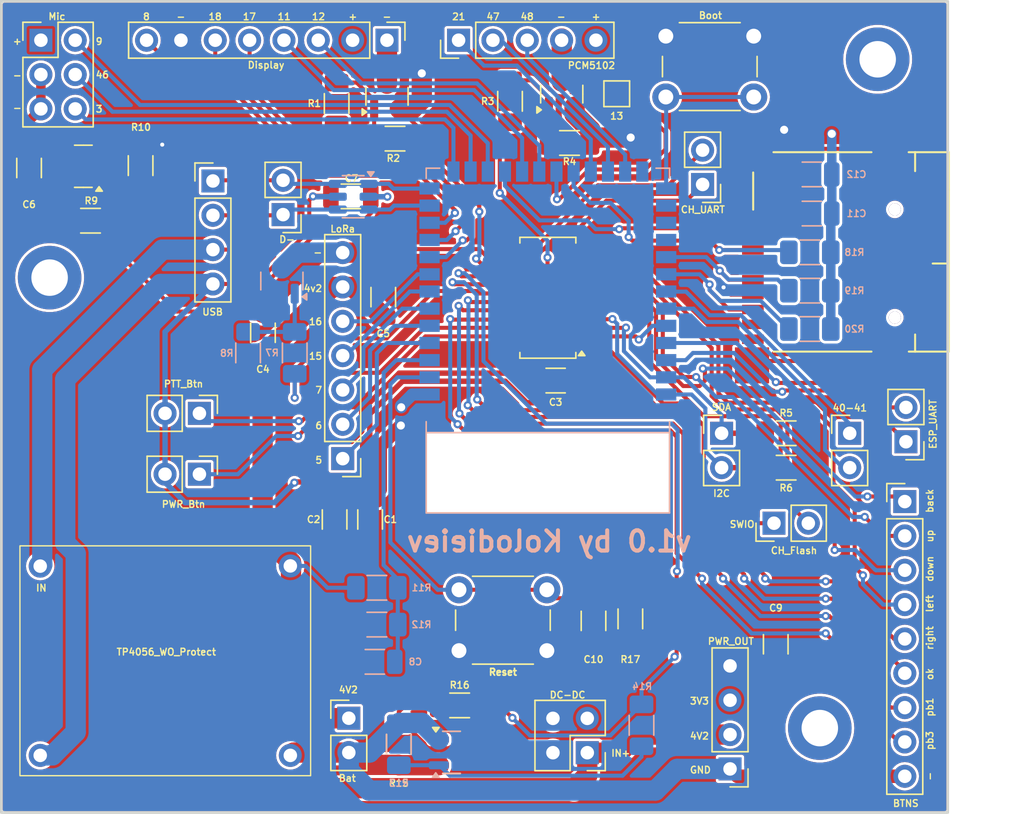
<source format=kicad_pcb>
(kicad_pcb (version 20240108) (generator "pcbnew") (generator_version "8.0")
  (layers (0 "F.Cu" signal) (31 "B.Cu" signal) (34 "B.Paste" user) (35 "F.Paste" user) (36 "B.SilkS" user "B.Silkscreen") (37 "F.SilkS" user "F.Silkscreen") (38 "B.Mask" user) (39 "F.Mask" user) (44 "Edge.Cuts" user))
  (net 0 "")
  (net 1 "+3V3")
  (net 2 "VBUS")
  (net 3 "ESP_RESET")
  (net 4 "CH_RESET")
  (net 5 "Net-(Q1-G)")
  (net 6 "Net-(Q2-G)")
  (net 7 "Net-(Q3-G)")
  (net 8 "DISP_PWR")
  (net 9 "VVAL")
  (net 11 "DATA +")
  (net 12 "DATA -")
  (net 13 "I2C_INT")
  (net 14 "SDA")
  (net 15 "SCL")
  (net 16 "CH_SWIO")
  (net 19 "TX_0")
  (net 20 "RX_0")
  (net 24 "DISP_RST")
  (net 25 "DISP_D{slash}C")
  (net 26 "DISP_BLK")
  (net 27 "LR_TX")
  (net 28 "LR_RX")
  (net 29 "LR_AUX")
  (net 30 "LR_M0")
  (net 31 "LR_M1")
  (net 32 "SPK_LRCK")
  (net 33 "SPK_BCK")
  (net 34 "SPK_DIN")
  (net 35 "MIC_SCK")
  (net 36 "MIC_WS")
  (net 37 "MIC_SD")
  (net 38 "OK_BTN")
  (net 39 "UP_BTN")
  (net 40 "RIGHT_BTN")
  (net 41 "LEFT_BTN")
  (net 42 "BACK_BTN")
  (net 43 "DOWN_BTN")
  (net 44 "Net-(Q4-D)")
  (net 45 "Net-(Q4-G)")
  (net 47 "PTT_BTN")
  (net 48 "CH_RX")
  (net 49 "CH_TX")
  (net 50 "POWER_BTN")
  (net 51 "Net-(Q5-G)")
  (net 52 "Net-(Q6-G)")
  (net 53 "DISP_MOSI")
  (net 54 "ESP_BOOT")
  (net 55 "PB3")
  (net 56 "PB1")
  (net 57 "GPIO41")
  (net 58 "GND")
  (net 59 "GND1")
  (net 60 "SPK_PWR")
  (net 61 "LORA_PWR")
  (net 62 "MIC_PWR")
  (net 63 "BOARD_PWR")
  (net 64 "Net-(Q1-D)")
  (net 65 "Net-(Q2-D)")
  (net 66 "Net-(Q3-D)")
  (net 67 "+4V2")
  (net 68 "DISP_SCK")
  (net 69 "DISP_MISO")
  (net 70 "SD_MISO")
  (net 71 "SD_SCK")
  (net 72 "SD_MOSI")
  (net 73 "GPIO40")
  (net 74 "SD_CS")
  (footprint "Connector_PinHeader_2.54mm:PinHeader_1x02_P2.54mm_Vertical" (layer "F.Cu") (at 297.275 214.325)
    (property "Reference" "J10" (hide yes))
    (property "Value" "I2C")
  )
  (footprint "Connector_PinHeader_2.54mm:PinHeader_1x04_P2.54mm_Vertical" (layer "F.Cu") (at 297.9 239.15 180)
    (property "Reference" "J7" (hide yes))
    (property "Value" "PWR_OUT")
  )
  (footprint "custom:J_SD_Card-micro_socket_A" (layer "F.Cu") (at 306.610927 201.782516 -90)
    (property "Reference" "J14" (hide yes))
    (property "Value" "Micro_SD_Card" (hide yes))
  )
  (footprint "Capacitor_SMD:C_1206_3216Metric" (layer "F.Cu") (at 269.85 196.8)
    (property "Reference" "C7")
    (property "Value" "100nF")
  )
  (footprint "Capacitor_SMD:C_1206_3216Metric" (layer "F.Cu") (at 268.65 220.7 90)
    (property "Reference" "C2")
    (property "Value" "10uF")
  )
  (footprint "TestPoint:TestPoint_Pad_1.5x1.5mm" (layer "F.Cu") (at 289.52 189.21)
    (property "Reference" "J16" (hide yes))
    (property "Value" "DISP_MISO" (hide yes))
  )
  (footprint "Package_TO_SOT_SMD:SOT-23" (layer "F.Cu") (at 285.45 189.2375 90)
    (property "Reference" "Q2" (hide yes))
    (property "Value" "NMOS" (hide yes))
  )
  (footprint "Capacitor_SMD:C_1206_3216Metric" (layer "F.Cu") (at 301.28 229.93 -90)
    (property "Reference" "C9")
    (property "Value" "10uF")
  )
  (footprint "Capacitor_SMD:C_1206_3216Metric" (layer "F.Cu") (at 272.25 204.25 90)
    (property "Reference" "C5")
    (property "Value" "0.1uF")
  )
  (footprint "MountingHole:MountingHole_2.7mm_M2.5_DIN965_Pad" (layer "F.Cu") (at 247.57 202.81)
    (property "Reference" "H2" (hide yes))
    (property "Value" "MountingHole" (hide yes))
  )
  (footprint "Connector_PinHeader_2.54mm:PinHeader_1x02_P2.54mm_Vertical" (layer "F.Cu") (at 301.15 220.975 90)
    (property "Reference" "J13" (hide yes))
    (property "Value" "CH_Flash")
  )
  (footprint "Resistor_SMD:R_1206_3216Metric_Pad1.30x1.75mm_HandSolder" (layer "F.Cu") (at 273.4 237.325 90)
    (property "Reference" "R15")
    (property "Value" "47K")
  )
  (footprint "Connector_PinHeader_2.54mm:PinHeader_2x02_P2.54mm_Vertical" (layer "F.Cu") (at 287.34 237.95 180)
    (property "Reference" "U8" (hide yes))
    (property "Value" "DC-DC")
  )
  (footprint "MountingHole:MountingHole_2.7mm_M2.5_DIN965_Pad" (layer "F.Cu") (at 304.54 236.13)
    (property "Reference" "H3" (hide yes))
    (property "Value" "MountingHole" (hide yes))
  )
  (footprint "Button_Switch_THT:SW_PUSH_6mm" (layer "F.Cu") (at 284.35 230.4 180)
    (property "Reference" "SW1" (hide yes))
    (property "Value" "Reset")
  )
  (footprint "Capacitor_SMD:C_1206_3216Metric" (layer "F.Cu") (at 246.05 194.7 -90)
    (property "Reference" "C6")
    (property "Value" "100nF")
  )
  (footprint "Connector_PinHeader_2.54mm:PinHeader_1x02_P2.54mm_Vertical" (layer "F.Cu") (at 258.65 212.85 -90)
    (property "Reference" "J6" (hide yes))
    (property "Value" "PTT_Btn")
  )
  (footprint "Capacitor_SMD:C_1206_3216Metric" (layer "F.Cu") (at 287.8 228.2 -90)
    (property "Reference" "C10")
    (property "Value" "1uF")
  )
  (footprint "Sensor_Current:Allegro_QSOP-24_3.9x8.7mm_P0.635mm" (layer "F.Cu") (at 284.425 204.3 180)
    (property "Reference" "U4" (hide yes))
    (property "Value" "CH32V006E8R6" (hide yes))
  )
  (footprint "Resistor_SMD:R_1206_3216Metric_Pad1.30x1.75mm_HandSolder" (layer "F.Cu") (at 286.025 192.85)
    (property "Reference" "R4")
    (property "Value" "47K")
  )
  (footprint "Connector_PinHeader_2.54mm:PinHeader_1x02_P2.54mm_Vertical" (layer "F.Cu") (at 310.91 214.95 180)
    (property "Reference" "J11" (hide yes))
    (property "Value" "ESP_UART")
  )
  (footprint "Package_TO_SOT_SMD:SOT-23" (layer "F.Cu") (at 250.065 194.575 180)
    (property "Reference" "Q4" (hide yes))
    (property "Value" "NMOS" (hide yes))
  )
  (footprint "Connector_PinHeader_2.54mm:PinHeader_1x08_P2.54mm_Vertical" (layer "F.Cu") (at 272.5225 185.25 -90)
    (property "Reference" "U2" (hide yes))
    (property "Value" "Display")
  )
  (footprint "Connector_PinHeader_2.54mm:PinHeader_1x02_P2.54mm_Vertical" (layer "F.Cu") (at 306.75 214.325)
    (property "Reference" "J8" (hide yes))
    (property "Value" "40-41")
  )
  (footprint "Connector_PinHeader_2.54mm:PinHeader_1x02_P2.54mm_Vertical" (layer "F.Cu") (at 295.87 195.92 180)
    (property "Reference" "J12" (hide yes))
    (property "Value" "CH_UART")
  )
  (footprint "Resistor_SMD:R_1206_3216Metric_Pad1.30x1.75mm_HandSolder" (layer "F.Cu") (at 302.05 216.868229)
    (property "Reference" "R6")
    (property "Value" "10K")
  )
  (footprint "Connector_PinHeader_2.54mm:PinHeader_1x02_P2.54mm_Vertical" (layer "F.Cu") (at 269.7 235.4)
    (property "Reference" "J3" (hide yes))
    (property "Value" "Bat")
  )
  (footprint "Resistor_SMD:R_1206_3216Metric_Pad1.30x1.75mm_HandSolder" (layer "F.Cu") (at 268.8 189.93 90)
    (property "Reference" "R1")
    (property "Value" "22")
  )
  (footprint "Resistor_SMD:R_1206_3216Metric_Pad1.30x1.75mm_HandSolder" (layer "F.Cu") (at 254.3 194.525 90)
    (property "Reference" "R10")
    (property "Value" "47K")
  )
  (footprint "custom:Charge_Controller_TP4056_WO_Protect" (layer "F.Cu") (at 245.375 222.65)
    (property "Reference" "J2" (hide yes))
    (property "Value" "TP4056_WO_Protect")
  )
  (footprint "Capacitor_SMD:C_1206_3216Metric" (layer "F.Cu") (at 271.275 220.7 90)
    (property "Reference" "C1")
    (property "Value" "100nF")
  )
  (footprint "Connector_PinHeader_2.54mm:PinHeader_1x09_P2.54mm_Vertical" (layer "F.Cu") (at 310.825 219.375)
    (property "Reference" "J5" (hide yes))
    (property "Value" "BTNS" (hide yes))
  )
  (footprint "Button_Switch_THT:SW_PUSH_6mm" (layer "F.Cu") (at 293.15 184.95)
    (property "Reference" "SW2" (hide yes))
    (property "Value" "Boot")
  )
  (footprint "Capacitor_SMD:C_1206_3216Metric" (layer "F.Cu") (at 285 210.425)
    (property "Reference" "C3")
    (property "Value" "1uF")
  )
  (footprint "Connector_PinHeader_2.54mm:PinHeader_1x02_P2.54mm_Vertical" (layer "F.Cu") (at 258.65 217.35 -90)
    (property "Reference" "J4" (hide yes))
    (property "Value" "PWR_Btn")
  )
  (footprint "Package_TO_SOT_SMD:SOT-23" (layer "F.Cu") (at 277.3 237.925)
    (property "Reference" "Q6" (hide yes))
    (property "Value" "NMOS" (hide yes))
  )
  (footprint "Resistor_SMD:R_1206_3216Metric_Pad1.30x1.75mm_HandSolder" (layer "F.Cu") (at 302.05 214.321432 180)
    (property "Reference" "R5")
    (property "Value" "10K")
  )
  (footprint "Connector_PinHeader_2.54mm:PinHeader_1x04_P2.54mm_Vertical" (layer "F.Cu") (at 259.65 195.66)
    (property "Reference" "J1" (hide yes))
    (property "Value" "USB")
  )
  (footprint "MountingHole:MountingHole_2.7mm_M2.5_DIN965_Pad" (layer "F.Cu") (at 308.82 186.66)
    (property "Reference" "H1" (hide yes))
    (property "Value" "MountingHole" (hide yes))
  )
  (footprint "Capacitor_SMD:C_1206_3216Metric" (layer "F.Cu") (at 263.35 206.89 90)
    (property "Reference" "C4")
    (property "Value" "20uF")
  )
  (footprint "Connector_PinHeader_2.54mm:PinHeader_1x05_P2.54mm_Vertical" (layer "F.Cu") (at 277.82 185.25 90)
    (property "Reference" "U3" (hide yes))
    (property "Value" "PCM5102")
  )
  (footprint "Resistor_SMD:R_1206_3216Metric_Pad1.30x1.75mm_HandSolder" (layer "F.Cu") (at 273.12 192.53)
    (property "Reference" "R2")
    (property "Value" "47K")
  )
  (footprint "Resistor_SMD:R_1206_3216Metric_Pad1.30x1.75mm_HandSolder" (layer "F.Cu") (at 277.9 234.45 180)
    (property "Reference" "R16")
    (property "Value" "22")
  )
  (footprint "Connector_PinHeader_2.54mm:PinHeader_2x03_P2.54mm_Vertical" (layer "F.Cu") (at 246.925 185.25)
    (property "Reference" "U7" (hide yes))
    (property "Value" "Mic")
  )
  (footprint "Connector_PinHeader_2.54mm:PinHeader_1x07_P2.54mm_Vertical" (layer "F.Cu") (at 269.25 216.2 180)
    (property "Reference" "U5" (hide yes))
    (property "Value" "LoRa")
  )
  (footprint "Resistor_SMD:R_1206_3216Metric_Pad1.30x1.75mm_HandSolder" (layer "F.Cu") (at 281.625 189.7675 90)
    (property "Reference" "R3")
    (property "Value" "22")
  )
  (footprint "Resistor_SMD:R_1206_3216Metric_Pad1.30x1.75mm_HandSolder" (layer "F.Cu") (at 250.595 198.6 180)
    (property "Reference" "R9")
    (property "Value" "22")
  )
  (footprint "Resistor_SMD:R_1206_3216Metric_Pad1.30x1.75mm_HandSolder" (layer "F.Cu") (at 290.525 228.05 90)
    (property "Reference" "R17")
    (property "Value" "10K")
  )
  (footprint "Package_TO_SOT_SMD:SOT-23" (layer "F.Cu") (at 272.525 189.4 90)
    (property "Reference" "Q1" (hide yes))
    (property "Value" "NMOS" (hide yes))
  )
  (footprint "Connector_PinHeader_2.54mm:PinHeader_1x02_P2.54mm_Vertical" (layer "F.Cu") (at 264.8375 198.15 180)
    (property "Reference" "J9" (hide yes))
    (property "Value" "USB_Data" (hide yes))
  )
  (footprint "Resistor_SMD:R_1206_3216Metric_Pad1.30x1.75mm_HandSolder" (layer "B.Cu") (at 303.8 206.611503 180)
    (property "Reference" "R20")
    (property "Value" "22K")
  )
  (footprint "Capacitor_SMD:C_1206_3216Metric" (layer "B.Cu") (at 303.95 195.175491)
    (property "Reference" "C12")
    (property "Value" "100nF")
  )
  (footprint "Package_TO_SOT_SMD:SOT-23-6" (layer "B.Cu") (at 270.025 196.825 180)
    (property "Reference" "U6" (hide yes))
    (property "Value" "USBLC6-2SC6" (hide yes))
  )
  (footprint "Package_TO_SOT_SMD:SOT-23" (layer "B.Cu") (at 264.75 203.0625 90)
    (property "Reference" "Q3" (hide yes))
    (property "Value" "NMOS" (hide yes))
  )
  (footprint "Resistor_SMD:R_1206_3216Metric_Pad1.30x1.75mm_HandSolder" (layer "B.Cu") (at 262.25 208.375 -90)
    (property "Reference" "R8")
    (property "Value" "47K")
  )
  (footprint "Resistor_SMD:R_1206_3216Metric_Pad1.30x1.75mm_HandSolder" (layer "B.Cu") (at 303.8 203.775 180)
    (property "Reference" "R19")
    (property "Value" "22K")
  )
  (footprint "Resistor_SMD:R_1206_3216Metric_Pad1.30x1.75mm_HandSolder" (layer "B.Cu") (at 271.775 228.475 180)
    (property "Reference" "R12")
    (property "Value" "100K")
  )
  (footprint "Capacitor_SMD:C_1206_3216Metric" (layer "B.Cu") (at 271.625 231.2275)
    (property "Reference" "C8")
    (property "Value" "100nF")
  )
  (footprint "Resistor_SMD:R_1206_3216Metric_Pad1.30x1.75mm_HandSolder" (layer "B.Cu") (at 291.35 235.925 -90)
    (property "Reference" "R14")
    (property "Value" "22")
  )
  (footprint "Package_TO_SOT_SMD:SOT-23" (layer "B.Cu") (at 277.292681 237.929536)
    (property "Reference" "Q5" (hide yes))
    (property "Value" "NMOS" (hide yes))
  )
  (footprint "Capacitor_SMD:C_1206_3216Metric" (layer "B.Cu") (at 303.95 198.071994 180)
    (property "Reference" "C11")
    (property "Value" "1uF")
  )
  (footprint "Resistor_SMD:R_1206_3216Metric_Pad1.30x1.75mm_HandSolder" (layer "B.Cu") (at 265.7 208.375 90)
    (property "Reference" "R7")
    (property "Value" "22")
  )
  (footprint "custom:ESP32-S3-WROOM-1" (layer "B.Cu") (at 284.425 204.465)
    (property "Reference" "U1" (hide yes))
    (property "Value" "ESP32-S3-WROOM1" (hide yes))
  )
  (footprint "Resistor_SMD:R_1206_3216Metric_Pad1.30x1.75mm_HandSolder" (layer "B.Cu") (at 303.8 200.938497 180)
    (property "Reference" "R18")
    (property "Value" "22K")
  )
  (footprint "Resistor_SMD:R_1206_3216Metric_Pad1.30x1.75mm_HandSolder" (layer "B.Cu") (at 273.4 237.325 -90)
    (property "Reference" "R13")
    (property "Value" "47K")
  )
  (footprint "Resistor_SMD:R_1206_3216Metric_Pad1.30x1.75mm_HandSolder" (layer "B.Cu") (at 271.775 225.7525)
    (property "Reference" "R11")
    (property "Value" "33K")
  )
  (gr_rect (start 244 182.375) (end 314 242.375) (stroke (width 0.2)) (fill none) (layer "Edge.Cuts"))
  (gr_text "v1.0 by Kolodieiev" (at 295.225 223.2 0) (layer "B.SilkS") (effects (font (size 1.5 1.5) (thickness 0.3) (bold yes)) (justify left bottom mirror)))
  (gr_text "4V2" (at 294.88 237.01 0) (layer "F.SilkS") (effects (font (size 0.5 0.5) (thickness 0.1) (bold yes)) (justify left bottom)))
  (gr_text "+" (at 270 183.51 0) (layer "F.SilkS") (effects (font (size 0.5 0.5) (thickness 0.1) (bold yes))))
  (gr_text "3V3" (at 294.88 234.42 0) (layer "F.SilkS") (effects (font (size 0.5 0.5) (thickness 0.1) (bold yes)) (justify left bottom)))
  (gr_text "12" (at 267.46 183.51 0) (layer "F.SilkS") (effects (font (size 0.5 0.5) (thickness 0.1) (bold yes))))
  (gr_text "-" (at 245.18 187.85 0) (layer "F.SilkS") (effects (font (size 0.5 0.5) (thickness 0.1) (bold yes))))
  (gr_text "48" (at 282.89 183.51 0) (layer "F.SilkS") (effects (font (size 0.5 0.5) (thickness 0.1) (bold yes))))
  (gr_text "17" (at 262.35 183.51 0) (layer "F.SilkS") (effects (font (size 0.5 0.5) (thickness 0.1) (bold yes))))
  (gr_text "6" (at 267.478571 213.76 0) (layer "F.SilkS") (effects (font (size 0.5 0.5) (thickness 0.1) (bold yes))))
  (gr_text "11" (at 264.92 183.51 0) (layer "F.SilkS") (effects (font (size 0.5 0.5) (thickness 0.1) (bold yes))))
  (gr_text "47" (at 280.37 183.51 0) (layer "F.SilkS") (effects (font (size 0.5 0.5) (thickness 0.1) (bold yes))))
  (gr_text "46" (at 251.468095 187.81 0) (layer "F.SilkS") (effects (font (size 0.5 0.5) (thickness 0.1) (bold yes))))
  (gr_text "+\n" (at 287.99 183.51 0) (layer "F.SilkS") (effects (font (size 0.5 0.5) (thickness 0.1) (bold yes))))
  (gr_text "right" (at 312.97 230.4 90) (layer "F.SilkS") (effects (font (size 0.5 0.5) (thickness 0.1) (bold yes)) (justify left bottom)))
  (gr_text "SWIO" (at 297.82 221.35 0) (layer "F.SilkS") (effects (font (size 0.5 0.5) (thickness 0.1) (bold yes)) (justify left bottom)))
  (gr_text "SDA" (at 296.5 212.7 0) (layer "F.SilkS") (effects (font (size 0.5 0.5) (thickness 0.1) (bold yes)) (justify left bottom)))
  (gr_text "21" (at 277.83 183.51 0) (layer "F.SilkS") (effects (font (size 0.5 0.5) (thickness 0.1) (bold yes))))
  (gr_text "15" (at 267.240476 208.62 0) (layer "F.SilkS") (effects (font (size 0.5 0.5) (thickness 0.1) (bold yes))))
  (gr_text "13" (at 289.52 190.86 0) (layer "F.SilkS") (effects (font (size 0.5 0.5) (thickness 0.1) (bold yes))))
  (gr_text "-" (at 285.41 183.51 0) (layer "F.SilkS") (effects (font (size 0.5 0.5) (thickness 0.1) (bold yes))))
  (gr_text "down" (at 312.97 225.36 90) (layer "F.SilkS") (effects (font (size 0.5 0.5) (thickness 0.1) (bold yes)) (justify left bottom)))
  (gr_text "8" (at 254.73 183.51 0) (layer "F.SilkS") (effects (font (size 0.5 0.5) (thickness 0.1) (bold yes))))
  (gr_text "left" (at 312.97 227.62 90) (layer "F.SilkS") (effects (font (size 0.5 0.5) (thickness 0.1) (bold yes)) (justify left bottom)))
  (gr_text "-" (at 245.18 190.26 0) (layer "F.SilkS") (effects (font (size 0.5 0.5) (thickness 0.1) (bold yes))))
  (gr_text "3" (at 251.23 190.34 0) (layer "F.SilkS") (effects (font (size 0.5 0.5) (thickness 0.1) (bold yes))))
  (gr_text "up" (at 312.97 222.44 90) (layer "F.SilkS") (effects (font (size 0.5 0.5) (thickness 0.1) (bold yes)) (justify left bottom)))
  (gr_text "IN" (at 246.51 226.06 0) (layer "F.SilkS") (effects (font (size 0.5 0.5) (thickness 0.1) (bold yes)) (justify left bottom)))
  (gr_text "16" (at 267.240476 206.07 0) (layer "F.SilkS") (effects (font (size 0.5 0.5) (thickness 0.1) (bold yes))))
  (gr_text "-" (at 267.407142 200.95 0) (layer "F.SilkS") (effects (font (size 0.5 0.5) (thickness 0.1) (bold yes))))
  (gr_text "-" (at 272.52 183.51 0) (layer "F.SilkS") (effects (font (size 0.5 0.5) (thickness 0.1) (bold yes))))
  (gr_text "IN+" (at 289.06 238.28 0) (layer "F.SilkS") (effects (font (size 0.5 0.5) (thickness 0.1) (bold yes)) (justify left bottom)))
  (gr_text "18" (at 259.81 183.51 0) (layer "F.SilkS") (effects (font (size 0.5 0.5) (thickness 0.1) (bold yes))))
  (gr_text "9" (at 251.23 185.34 0) (layer "F.SilkS") (effects (font (size 0.5 0.5) (thickness 0.1) (bold yes))))
  (gr_text "pb3" (at 312.97 237.81 90) (layer "F.SilkS") (effects (font (size 0.5 0.5) (thickness 0.1) (bold yes)) (justify left bottom)))
  (gr_text "+" (at 245.18 185.33 0) (layer "F.SilkS") (effects (font (size 0.5 0.5) (thickness 0.1) (bold yes))))
  (gr_text "-" (at 257.28 183.51 0) (layer "F.SilkS") (effects (font (size 0.5 0.5) (thickness 0.1) (bold yes))))
  (gr_text "4v2" (at 267.05 203.61 0) (layer "F.SilkS") (effects (font (size 0.5 0.5) (thickness 0.1) (bold yes))))
  (gr_text "5" (at 267.478571 216.31 0) (layer "F.SilkS") (effects (font (size 0.5 0.5) (thickness 0.1) (bold yes))))
  (gr_text "-" (at 312.97 240.07 90) (layer "F.SilkS") (effects (font (size 0.5 0.5) (thickness 0.1) (bold yes)) (justify left bottom)))
  (gr_text "7" (at 267.478571 211.13 0) (layer "F.SilkS") (effects (font (size 0.5 0.5) (thickness 0.1) (bold yes))))
  (gr_text "BTNS" (at 310.9 241.7 0) (layer "F.SilkS") (effects (font (size 0.5 0.5) (thickness 0.1) (bold yes))))
  (gr_text "4V2" (at 268.91 233.59 0) (layer "F.SilkS") (effects (font (size 0.5 0.5) (thickness 0.1) (bold yes)) (justify left bottom)))
  (gr_text "ok" (at 312.97 232.63 90) (layer "F.SilkS") (effects (font (size 0.5 0.5) (thickness 0.1) (bold yes)) (justify left bottom)))
  (gr_text "pb1" (at 312.97 235.34 90) (layer "F.SilkS") (effects (font (size 0.5 0.5) (thickness 0.1) (bold yes)) (justify left bottom)))
  (gr_text "back" (at 312.97 220.26 90) (layer "F.SilkS") (effects (font (size 0.5 0.5) (thickness 0.1) (bold yes)) (justify left bottom)))
  (gr_text "GND" (at 294.88 239.52 0) (layer "F.SilkS") (effects (font (size 0.5 0.5) (thickness 0.1) (bold yes)) (justify left bottom)))
  (gr_text "D-" (at 264.5 200.28 0) (layer "F.SilkS") (effects (font (size 0.5 0.5) (thickness 0.1) (bold yes)) (justify left bottom)))
  (via (at 273.575 212.4) (size 0.75) (drill 0.6) (layers "F.Cu" "B.Cu") (net 1))
  (via (at 305.425 192.175) (size 0.75) (drill 0.6) (layers "F.Cu" "B.Cu") (net 1))
  (segment (start 305.425 195.175491) (end 305.425 192.175) (width 0.7) (layer "B.Cu") (net 1))
  (segment (start 274.395 211.455) (end 275.675 211.455) (width 0.9) (layer "B.Cu") (net 1))
  (segment (start 305.425 198.071994) (end 305.425 195.175491) (width 0.7) (layer "B.Cu") (net 1))
  (segment (start 305.35 198.146994) (end 305.425 198.071994) (width 0.7) (layer "B.Cu") (net 1))
  (segment (start 273.575 212.275) (end 274.395 211.455) (width 0.9) (layer "B.Cu") (net 1))
  (segment (start 305.35 206.611503) (end 305.35 203.775) (width 0.7) (layer "B.Cu") (net 1))
  (segment (start 273.575 212.4) (end 273.575 212.275) (width 0.9) (layer "B.Cu") (net 1))
  (segment (start 305.35 200.938497) (end 305.35 198.146994) (width 0.7) (layer "B.Cu") (net 1))
  (segment (start 305.35 203.775) (end 305.35 200.938497) (width 0.7) (layer "B.Cu") (net 1))
  (segment (start 266.775 198.6125) (end 264.6475 200.74) (width 0.3) (layer "F.Cu") (net 2))
  (segment (start 267.05 196.8) (end 266.775 197.075) (width 0.3) (layer "F.Cu") (net 2))
  (segment (start 264.6475 200.74) (end 259.65 200.74) (width 0.3) (layer "F.Cu") (net 2))
  (segment (start 266.775 197.075) (end 266.775 198.6125) (width 0.3) (layer "F.Cu") (net 2))
  (segment (start 267.05 196.8) (end 268.375 196.8) (width 0.4) (layer "F.Cu") (net 2))
  (via (at 267.05 196.8) (size 0.6) (drill 0.3) (layers "F.Cu" "B.Cu") (net 2))
  (segment (start 259.65 200.74) (end 255.91 200.74) (width 1.5) (layer "B.Cu") (net 2))
  (segment (start 247.025 224.05) (end 246.925 224.15) (width 1.5) (layer "B.Cu") (net 2))
  (segment (start 268.8875 196.825) (end 267.075 196.825) (width 0.4) (layer "B.Cu") (net 2))
  (segment (start 255.91 200.74) (end 247.025 209.625) (width 1.5) (layer "B.Cu") (net 2))
  (segment (start 267.075 196.825) (end 267.05 196.8) (width 0.4) (layer "B.Cu") (net 2))
  (segment (start 267.075 196.825) (end 267.425 196.825) (width 0.4) (layer "B.Cu") (net 2))
  (segment (start 247.025 209.625) (end 247.025 224.05) (width 1.5) (layer "B.Cu") (net 2))
  (segment (start 284.35 225.9) (end 277.85 225.9) (width 0.3) (layer "F.Cu") (net 3))
  (segment (start 287.8 226.725) (end 287.6 226.525) (width 0.3) (layer "F.Cu") (net 3))
  (segment (start 287.6 226.525) (end 284.975 226.525) (width 0.3) (layer "F.Cu") (net 3))
  (segment (start 284.975 226.525) (end 284.35 225.9) (width 0.3) (layer "F.Cu") (net 3))
  (segment (start 290.525 226.5) (end 288.025 226.5) (width 0.3) (layer "F.Cu") (net 3))
  (segment (start 288.025 226.5) (end 287.8 226.725) (width 0.3) (layer "F.Cu") (net 3))
  (segment (start 272.775 222.4) (end 276.275 225.9) (width 0.3) (layer "B.Cu") (net 3))
  (segment (start 275.675 210.185) (end 273.29 210.185) (width 0.3) (layer "B.Cu") (net 3))
  (segment (start 276.275 225.9) (end 277.85 225.9) (width 0.3) (layer "B.Cu") (net 3))
  (segment (start 272.775 210.7) (end 272.775 222.4) (width 0.3) (layer "B.Cu") (net 3))
  (segment (start 273.29 210.185) (end 272.775 210.7) (width 0.3) (layer "B.Cu") (net 3))
  (segment (start 290.3825 203.9825) (end 291.925 205.525) (width 0.3) (layer "F.Cu") (net 4))
  (segment (start 294.522665 211.615) (end 295.967665 213.06) (width 0.3) (layer "F.Cu") (net 4))
  (segment (start 301.64 218.925) (end 303.69 220.975) (width 0.3) (layer "F.Cu") (net 4))
  (segment (start 295.967665 213.06) (end 301.119024 213.06) (width 0.3) (layer "F.Cu") (net 4))
  (segment (start 301.119024 213.06) (end 301.64 213.580976) (width 0.3) (layer "F.Cu") (net 4))
  (segment (start 291.925 209.025) (end 294.515 211.615) (width 0.3) (layer "F.Cu") (net 4))
  (segment (start 286.925 203.9825) (end 290.3825 203.9825) (width 0.3) (layer "F.Cu") (net 4))
  (segment (start 291.925 205.525) (end 291.925 209.025) (width 0.3) (layer "F.Cu") (net 4))
  (segment (start 301.64 213.580976) (end 301.64 218.925) (width 0.3) (layer "F.Cu") (net 4))
  (segment (start 294.515 211.615) (end 294.522665 211.615) (width 0.3) (layer "F.Cu") (net 4))
  (segment (start 271.575 190.3375) (end 271.575 189.675) (width 0.3) (layer "F.Cu") (net 5))
  (segment (start 271.575 189.675) (end 270.28 188.38) (width 0.3) (layer "F.Cu") (net 5))
  (segment (start 271.575 192.525) (end 271.57 192.53) (width 0.3) (layer "F.Cu") (net 5))
  (segment (start 271.575 190.3375) (end 271.575 192.525) (width 0.3) (layer "F.Cu") (net 5))
  (segment (start 270.28 188.38) (end 268.8 188.38) (width 0.3) (layer "F.Cu") (net 5))
  (segment (start 284.5 192.825) (end 284.475 192.85) (width 0.3) (layer "F.Cu") (net 6))
  (segment (start 284.5 190.175) (end 284.5 192.825) (width 0.3) (layer "F.Cu") (net 6))
  (segment (start 281.625 188.2175) (end 283.1925 188.2175) (width 0.3) (layer "F.Cu") (net 6))
  (segment (start 284.5 189.525) (end 284.5 190.175) (width 0.3) (layer "F.Cu") (net 6))
  (segment (start 283.1925 188.2175) (end 284.5 189.525) (width 0.3) (layer "F.Cu") (net 6))
  (segment (start 265.7 206.825) (end 265.7 204) (width 0.3) (layer "B.Cu") (net 7))
  (segment (start 262.25 206.825) (end 265.7 206.825) (width 0.3) (layer "B.Cu") (net 7))
  (segment (start 279.35 197.93) (end 279.35 197.491548) (width 0.3) (layer "F.Cu") (net 8))
  (segment (start 269.735 193.775) (end 268.8 192.84) (width 0.3) (layer "F.Cu") (net 8))
  (segment (start 268.8 192.84) (end 268.8 191.48) (width 0.3) (layer "F.Cu") (net 8))
  (segment (start 279.11875 201.40625) (end 279.79 202.0775) (width 0.3) (layer "F.Cu") (net 8))
  (segment (start 275.633452 193.775) (end 269.735 193.775) (width 0.3) (layer "F.Cu") (net 8))
  (segment (start 279.79 202.0775) (end 281.925 202.0775) (width 0.3) (layer "F.Cu") (net 8))
  (segment (start 279.35 197.491548) (end 275.633452 193.775) (width 0.3) (layer "F.Cu") (net 8))
  (via (at 279.35 197.93) (size 0.6) (drill 0.3) (layers "F.Cu" "B.Cu") (net 8))
  (via (at 279.11875 201.40625) (size 0.6) (drill 0.3) (layers "F.Cu" "B.Cu") (net 8))
  (segment (start 279.36 197.94) (end 279.36 201.165) (width 0.3) (layer "B.Cu") (net 8))
  (segment (start 279.35 197.93) (end 279.36 197.94) (width 0.3) (layer "B.Cu") (net 8))
  (segment (start 279.36 201.165) (end 279.11875 201.40625) (width 0.3) (layer "B.Cu") (net 8))
  (segment (start 273.1 231.2275) (end 273.325 231.0025) (width 0.3) (layer "B.Cu") (net 9))
  (segment (start 272.275 209.85) (end 273.21 208.915) (width 0.3) (layer "B.Cu") (net 9))
  (segment (start 273.325 225.7525) (end 273.325 225.1025) (width 0.3) (layer "B.Cu") (net 9))
  (segment (start 273.325 228.475) (end 273.325 225.7525) (width 0.3) (layer "B.Cu") (net 9))
  (segment (start 273.21 208.915) (end 275.675 208.915) (width 0.3) (layer "B.Cu") (net 9))
  (segment (start 272.275 224.075) (end 272.275 209.85) (width 0.3) (layer "B.Cu") (net 9))
  (segment (start 273.325 225.7525) (end 273.325 225.125) (width 0.3) (layer "B.Cu") (net 9))
  (segment (start 273.325 225.125) (end 272.275 224.075) (width 0.3) (layer "B.Cu") (net 9))
  (segment (start 273.325 231.0025) (end 273.325 228.475) (width 0.3) (layer "B.Cu") (net 9))
  (segment (start 259.7 195.61) (end 259.65 195.66) (width 0.3) (layer "F.Cu") (net 11))
  (segment (start 264.825 195.61) (end 259.7 195.61) (width 0.3) (layer "F.Cu") (net 11))
  (segment (start 271.1625 195.875) (end 268.8875 195.875) (width 0.3) (layer "B.Cu") (net 11))
  (segment (start 265.09 195.875) (end 264.825 195.61) (width 0.3) (layer "B.Cu") (net 11))
  (segment (start 271.1625 195.875) (end 272.644239 195.875) (width 0.3) (layer "B.Cu") (net 11))
  (segment (start 272.644239 195.875) (end 272.994239 196.225) (width 0.3) (layer "B.Cu") (net 11))
  (segment (start 272.994239 196.225) (end 275.665 196.225) (width 0.3) (layer "B.Cu") (net 11))
  (segment (start 275.665 196.225) (end 275.675 196.215) (width 0.3) (layer "B.Cu") (net 11))
  (segment (start 268.8875 195.875) (end 265.09 195.875) (width 0.3) (layer "B.Cu") (net 11))
  (segment (start 259.65 198.2) (end 264.775 198.2) (width 0.3) (layer "F.Cu") (net 12))
  (segment (start 264.775 198.2) (end 264.825 198.15) (width 0.3) (layer "F.Cu") (net 12))
  (segment (start 272.75 197.775) (end 273.04 197.485) (width 0.3) (layer "B.Cu") (net 12))
  (segment (start 271.1625 197.775) (end 272.75 197.775) (width 0.3) (layer "B.Cu") (net 12))
  (segment (start 268.8875 197.775) (end 271.1625 197.775) (width 0.3) (layer "B.Cu") (net 12))
  (segment (start 273.04 197.485) (end 275.675 197.485) (width 0.3) (layer "B.Cu") (net 12))
  (segment (start 265.2 197.775) (end 264.825 198.15) (width 0.3) (layer "B.Cu") (net 12))
  (segment (start 268.8875 197.775) (end 265.2 197.775) (width 0.3) (layer "B.Cu") (net 12))
  (segment (start 291.15 207.39) (end 290.9175 207.1575) (width 0.3) (layer "F.Cu") (net 13))
  (segment (start 290.9175 207.1575) (end 287.3 207.1575) (width 0.3) (layer "F.Cu") (net 13))
  (via (at 291.15 207.39) (size 0.6) (drill 0.3) (layers "F.Cu" "B.Cu") (net 13))
  (segment (start 291.15 207.39) (end 292.165 206.375) (width 0.3) (layer "B.Cu") (net 13))
  (segment (start 292.165 206.375) (end 293.175 206.375) (width 0.3) (layer "B.Cu") (net 13))
  (segment (start 290.2 206.5075) (end 290.1825 206.525) (width 0.3) (layer "F.Cu") (net 14))
  (segment (start 300.275 214.321432) (end 297.278568 214.321432) (width 0.4) (layer "F.Cu") (net 14))
  (segment (start 290.1825 206.525) (end 287.3025 206.525) (width 0.3) (layer "F.Cu") (net 14))
  (segment (start 297.278568 214.321432) (end 297.275 214.325) (width 0.4) (layer "F.Cu") (net 14))
  (segment (start 287.3025 206.525) (end 287.3 206.5225) (width 0.3) (layer "F.Cu") (net 14))
  (via (at 290.2 206.5075) (size 0.6) (drill 0.3) (layers "F.Cu" "B.Cu") (net 14))
  (segment (start 291.982106 210.185) (end 293.175 210.185) (width 0.3) (layer "B.Cu") (net 14))
  (segment (start 290.05 208.252894) (end 291.982106 210.185) (width 0.3) (layer "B.Cu") (net 14))
  (segment (start 294.492106 210.185) (end 297.275 212.967894) (width 0.3) (layer "B.Cu") (net 14))
  (segment (start 297.275 212.967894) (end 297.275 214.325) (width 0.3) (layer "B.Cu") (net 14))
  (segment (start 293.175 210.185) (end 294.492106 210.185) (width 0.3) (layer "B.Cu") (net 14))
  (segment (start 290.05 206.6575) (end 290.05 208.252894) (width 0.3) (layer "B.Cu") (net 14))
  (segment (start 290.2 206.5075) (end 290.05 206.6575) (width 0.3) (layer "B.Cu") (net 14))
  (segment (start 289.2 205.875) (end 289.1875 205.8875) (width 0.3) (layer "F.Cu") (net 15))
  (segment (start 297.278229 216.868229) (end 297.275 216.865) (width 0.4) (layer "F.Cu") (net 15))
  (segment (start 289.1875 205.8875) (end 287.3 205.8875) (width 0.3) (layer "F.Cu") (net 15))
  (segment (start 300.275 216.868229) (end 297.278229 216.868229) (width 0.4) (layer "F.Cu") (net 15))
  (via (at 289.2 205.875) (size 0.6) (drill 0.3) (layers "F.Cu" "B.Cu") (net 15))
  (segment (start 293.175 211.455) (end 295.055 211.455) (width 0.3) (layer "B.Cu") (net 15))
  (segment (start 296.075 212.475) (end 296.075 215.665) (width 0.3) (layer "B.Cu") (net 15))
  (segment (start 289.55 206.238261) (end 289.55 208.46) (width 0.3) (layer "B.Cu") (net 15))
  (segment (start 289.2 205.875) (end 289.556631 206.231631) (width 0.3) (layer "B.Cu") (net 15))
  (segment (start 296.075 215.665) (end 297.275 216.865) (width 0.3) (layer "B.Cu") (net 15))
  (segment (start 292.545 211.455) (end 293.175 211.455) (width 0.3) (layer "B.Cu") (net 15))
  (segment (start 289.556631 206.231631) (end 289.55 206.238261) (width 0.3) (layer "B.Cu") (net 15))
  (segment (start 295.055 211.455) (end 296.075 212.475) (width 0.3) (layer "B.Cu") (net 15))
  (segment (start 289.55 208.46) (end 292.545 211.455) (width 0.3) (layer "B.Cu") (net 15))
  (segment (start 295.95 213.749441) (end 295.95 219.611644) (width 0.3) (layer "F.Cu") (net 16))
  (segment (start 294.315559 212.115) (end 295.95 213.749441) (width 0.3) (layer "F.Cu") (net 16))
  (segment (start 286.925 207.7925) (end 288.6175 207.7925) (width 0.3) (layer "F.Cu") (net 16))
  (segment (start 292.94 212.115) (end 294.315559 212.115) (width 0.3) (layer "F.Cu") (net 16))
  (segment (start 295.95 219.611644) (end 297.313356 220.975) (width 0.3) (layer "F.Cu") (net 16))
  (segment (start 297.313356 220.975) (end 301.15 220.975) (width 0.3) (layer "F.Cu") (net 16))
  (segment (start 288.6175 207.7925) (end 292.94 212.115) (width 0.3) (layer "F.Cu") (net 16))
  (segment (start 307.12 211.16) (end 310.91 214.95) (width 0.3) (layer "F.Cu") (net 19))
  (segment (start 301.76 211.25) (end 301.85 211.16) (width 0.3) (layer "F.Cu") (net 19))
  (segment (start 301.85 211.16) (end 307.12 211.16) (width 0.3) (layer "F.Cu") (net 19))
  (via (at 301.76 211.25) (size 0.6) (drill 0.3) (layers "F.Cu" "B.Cu") (net 19))
  (segment (start 294.625 208.915) (end 293.175 208.915) (width 0.3) (layer "B.Cu") (net 19))
  (segment (start 301.060761 211.25) (end 298.190761 208.38) (width 0.3) (layer "B.Cu") (net 19))
  (segment (start 295.16 208.38) (end 294.625 208.915) (width 0.3) (layer "B.Cu") (net 19))
  (segment (start 298.190761 208.38) (end 295.16 208.38) (width 0.3) (layer "B.Cu") (net 19))
  (segment (start 301.76 211.25) (end 301.060761 211.25) (width 0.3) (layer "B.Cu") (net 19))
  (segment (start 307.521588 210.6) (end 309.331588 212.41) (width 0.3) (layer "F.Cu") (net 20))
  (segment (start 301.289074 210.54) (end 301.349074 210.6) (width 0.3) (layer "F.Cu") (net 20))
  (segment (start 301.349074 210.6) (end 307.521588 210.6) (width 0.3) (layer "F.Cu") (net 20))
  (segment (start 309.331588 212.41) (end 310.91 212.41) (width 0.3) (layer "F.Cu") (net 20))
  (via (at 301.289074 210.54) (size 0.6) (drill 0.3) (layers "F.Cu" "B.Cu") (net 20))
  (segment (start 298.375 207.645) (end 293.175 207.645) (width 0.3) (layer "B.Cu") (net 20))
  (segment (start 301.27 210.54) (end 298.375 207.645) (width 0.3) (layer "B.Cu") (net 20))
  (segment (start 301.289074 210.54) (end 301.27 210.54) (width 0.3) (layer "B.Cu") (net 20))
  (segment (start 278.7 199.775) (end 278.7 197.548654) (width 0.3) (layer "F.Cu") (net 24))
  (segment (start 262.3625 188.823288) (end 262.3625 185.25) (width 0.3) (layer "F.Cu") (net 24))
  (segment (start 278.125 200.05) (end 278.425 200.05) (width 0.3) (layer "F.Cu") (net 24))
  (segment (start 278.425 200.05) (end 278.7 199.775) (width 0.3) (layer "F.Cu") (net 24))
  (segment (start 267.814212 194.275) (end 262.3625 188.823288) (width 0.3) (layer "F.Cu") (net 24))
  (segment (start 275.426346 194.275) (end 267.814212 194.275) (width 0.3) (layer "F.Cu") (net 24))
  (segment (start 278.7 197.548654) (end 275.426346 194.275) (width 0.3) (layer "F.Cu") (net 24))
  (via (at 278.125 200.05) (size 0.6) (drill 0.3) (layers "F.Cu" "B.Cu") (net 24))
  (segment (start 278.125 200.05) (end 276.88 201.295) (width 0.3) (layer "B.Cu") (net 24))
  (segment (start 276.88 201.295) (end 275.675 201.295) (width 0.3) (layer "B.Cu") (net 24))
  (segment (start 277.6 199.375) (end 278.2 198.775) (width 0.3) (layer "F.Cu") (net 25))
  (segment (start 267.607106 194.775) (end 259.8225 186.990394) (width 0.3) (layer "F.Cu") (net 25))
  (segment (start 259.8225 186.990394) (end 259.8225 185.25) (width 0.3) (layer "F.Cu") (net 25))
  (segment (start 275.219239 194.775) (end 267.607106 194.775) (width 0.3) (layer "F.Cu") (net 25))
  (segment (start 278.2 197.755761) (end 275.219239 194.775) (width 0.3) (layer "F.Cu") (net 25))
  (segment (start 278.2 198.775) (end 278.2 197.755761) (width 0.3) (layer "F.Cu") (net 25))
  (via (at 277.6 199.375) (size 0.6) (drill 0.3) (layers "F.Cu" "B.Cu") (net 25))
  (segment (start 276.95 200.025) (end 275.675 200.025) (width 0.3) (layer "B.Cu") (net 25))
  (segment (start 277.6 199.375) (end 276.95 200.025) (width 0.3) (layer "B.Cu") (net 25))
  (segment (start 256.67125 187.2) (end 254.7425 185.27125) (width 0.3) (layer "F.Cu") (net 26))
  (segment (start 277.55 197.812867) (end 275.012133 195.275) (width 0.3) (layer "F.Cu") (net 26))
  (segment (start 275.012133 195.275) (end 267.4 195.275) (width 0.3) (layer "F.Cu") (net 26))
  (segment (start 259.325 187.2) (end 256.67125 187.2) (width 0.3) (layer "F.Cu") (net 26))
  (segment (start 267.4 195.275) (end 259.325 187.2) (width 0.3) (layer "F.Cu") (net 26))
  (segment (start 277.55 198.025) (end 277.55 197.812867) (width 0.3) (layer "F.Cu") (net 26))
  (segment (start 254.7425 185.27125) (end 254.7425 185.25) (width 0.3) (layer "F.Cu") (net 26))
  (via (at 277.55 198.025) (size 0.6) (drill 0.3) (layers "F.Cu" "B.Cu") (net 26))
  (segment (start 277.55 198.025) (end 276.82 198.755) (width 0.3) (layer "B.Cu") (net 26))
  (segment (start 276.82 198.755) (end 275.675 198.755) (width 0.3) (layer "B.Cu") (net 26))
  (segment (start 275.675 203.835) (end 274.21868 203.835) (width 0.3) (layer "B.Cu") (net 27))
  (segment (start 269.47368 208.58) (end 269.25 208.58) (width 0.3) (layer "B.Cu") (net 27))
  (segment (start 274.21868 203.835) (end 269.47368 208.58) (width 0.3) (layer "B.Cu") (net 27))
  (segment (start 275.675 205.105) (end 273.655787 205.105) (width 0.3) (layer "B.Cu") (net 28))
  (segment (start 270.775 209.595) (end 269.25 211.12) (width 0.3) (layer "B.Cu") (net 28))
  (segment (start 273.655787 205.105) (end 270.775 207.985787) (width 0.3) (layer "B.Cu") (net 28))
  (segment (start 270.775 207.985787) (end 270.775 209.595) (width 0.3) (layer "B.Cu") (net 28))
  (segment (start 271.306573 206.04) (end 269.25 206.04) (width 0.3) (layer "B.Cu") (net 29))
  (segment (start 275.675 202.565) (end 274.781573 202.565) (width 0.3) (layer "B.Cu") (net 29))
  (segment (start 274.781573 202.565) (end 271.306573 206.04) (width 0.3) (layer "B.Cu") (net 29))
  (segment (start 271.775 208.4) (end 271.775 213.675) (width 0.3) (layer "B.Cu") (net 30))
  (segment (start 272.53 207.645) (end 271.775 208.4) (width 0.3) (layer "B.Cu") (net 30))
  (segment (start 271.775 213.675) (end 269.25 216.2) (width 0.3) (layer "B.Cu") (net 30))
  (segment (start 275.675 207.645) (end 272.53 207.645) (width 0.3) (layer "B.Cu") (net 30))
  (segment (start 275.675 206.375) (end 273.092894 206.375) (width 0.3) (layer "B.Cu") (net 31))
  (segment (start 271.275 208.192894) (end 271.275 211.635) (width 0.3) (layer "B.Cu") (net 31))
  (segment (start 271.275 211.635) (end 269.25 213.66) (width 0.3) (layer "B.Cu") (net 31))
  (segment (start 273.092894 206.375) (end 271.275 208.192894) (width 0.3) (layer "B.Cu") (net 31))
  (segment (start 282.9 185.25) (end 282.9 186.475) (width 0.3) (layer "B.Cu") (net 32))
  (segment (start 290.14 193.715) (end 290.14 194.965) (width 0.3) (layer "B.Cu") (net 32))
  (segment (start 282.9 186.475) (end 290.14 193.715) (width 0.3) (layer "B.Cu") (net 32))
  (segment (start 282.140788 187.13) (end 287.6 192.589212) (width 0.3) (layer "B.Cu") (net 33))
  (segment (start 279.7 187.13) (end 282.140788 187.13) (width 0.3) (layer "B.Cu") (net 33))
  (segment (start 277.82 185.25) (end 279.7 187.13) (width 0.3) (layer "B.Cu") (net 33))
  (segment (start 287.6 192.589212) (end 287.6 194.965) (width 0.3) (layer "B.Cu") (net 33))
  (segment (start 280.967894 185.25) (end 288.87 193.152106) (width 0.3) (layer "B.Cu") (net 34))
  (segment (start 288.87 193.152106) (end 288.87 194.965) (width 0.3) (layer "B.Cu") (net 34))
  (segment (start 280.36 185.25) (end 280.967894 185.25) (width 0.3) (layer "B.Cu") (net 34))
  (segment (start 250.245 191.11) (end 276.810002 191.11) (width 0.3) (layer "B.Cu") (net 35))
  (segment (start 276.810002 191.11) (end 277.44 191.739998) (width 0.3) (layer "B.Cu") (net 35))
  (segment (start 277.44 191.739998) (end 277.44 194.965) (width 0.3) (layer "B.Cu") (net 35))
  (segment (start 249.465 190.33) (end 250.245 191.11) (width 0.3) (layer "B.Cu") (net 35))
  (segment (start 249.465 190.33) (end 249.485 190.35) (width 0.3) (layer "B.Cu") (net 35))
  (segment (start 278.71 192.302892) (end 276.947108 190.54) (width 0.3) (layer "B.Cu") (net 36))
  (segment (start 252.215 190.54) (end 249.465 187.79) (width 0.3) (layer "B.Cu") (net 36))
  (segment (start 278.71 194.965) (end 278.71 192.302892) (width 0.3) (layer "B.Cu") (net 36))
  (segment (start 276.947108 190.54) (end 252.215 190.54) (width 0.3) (layer "B.Cu") (net 36))
  (segment (start 249.465 185.25) (end 254.255 190.04) (width 0.3) (layer "B.Cu") (net 37))
  (segment (start 277.154214 190.04) (end 279.98 192.865786) (width 0.3) (layer "B.Cu") (net 37))
  (segment (start 279.98 192.865786) (end 279.98 194.965) (width 0.3) (layer "B.Cu") (net 37))
  (segment (start 254.255 190.04) (end 277.154214 190.04) (width 0.3) (layer "B.Cu") (net 37))
  (segment (start 278.639671 204.6175) (end 281.925 204.6175) (width 0.3) (layer "F.Cu") (net 38))
  (segment (start 293.901346 213.115) (end 279.365 213.115) (width 0.3) (layer "F.Cu") (net 38))
  (segment (start 298.941666 224.766666) (end 294.95 220.775) (width 0.3) (layer "F.Cu") (net 38))
  (segment (start 304.975 226.558333) (end 305.458333 226.558333) (width 0.3) (layer "F.Cu") (net 38))
  (segment (start 294.95 220.775) (end 294.95 214.163654) (width 0.3) (layer "F.Cu") (net 38))
  (segment (start 279.365 213.115) (end 278.5 212.25) (width 0.3) (layer "F.Cu") (net 38))
  (segment (start 298.941666 225.075) (end 298.941666 224.766666) (width 0.3) (layer "F.Cu") (net 38))
  (segment (start 310.825 231.925) (end 310.825 232.075) (width 0.3) (layer "F.Cu") (net 38))
  (segment (start 294.95 214.163654) (end 293.901346 213.115) (width 0.3) (layer "F.Cu") (net 38))
  (segment (start 305.458333 226.558333) (end 310.825 231.925) (width 0.3) (layer "F.Cu") (net 38))
  (segment (start 278.510694 204.488523) (end 278.639671 204.6175) (width 0.3) (layer "F.Cu") (net 38))
  (via (at 304.975 226.558333) (size 0.6) (drill 0.3) (layers "F.Cu" "B.Cu") (net 38))
  (via (at 278.5 212.25) (size 0.6) (drill 0.3) (layers "F.Cu" "B.Cu") (net 38))
  (via (at 298.941666 225.075) (size 0.6) (drill 0.3) (layers "F.Cu" "B.Cu") (net 38))
  (via (at 278.510694 204.488523) (size 0.6) (drill 0.3) (layers "F.Cu" "B.Cu") (net 38))
  (segment (start 298.941666 225.075) (end 300.424999 226.558333) (width 0.3) (layer "B.Cu") (net 38))
  (segment (start 300.424999 226.558333) (end 304.975 226.558333) (width 0.3) (layer "B.Cu") (net 38))
  (segment (start 278.55 212.2) (end 278.55 204.527829) (width 0.3) (layer "B.Cu") (net 38))
  (segment (start 278.5 212.25) (end 278.55 212.2) (width 0.3) (layer "B.Cu") (net 38))
  (segment (start 278.55 204.527829) (end 278.510694 204.488523) (width 0.3) (layer "B.Cu") (net 38))
  (segment (start 295.386345 210.16) (end 294.474212 210.16) (width 0.3) (layer "F.Cu") (net 39))
  (segment (start 309.265 221.915) (end 310.825 221.915) (width 0.3) (layer "F.Cu") (net 39))
  (segment (start 292.925 208.610788) (end 292.925 205.110787) (width 0.3) (layer "F.Cu") (net 39))
  (segment (start 290.526713 202.7125) (end 286.925 202.7125) (width 0.3) (layer "F.Cu") (net 39))
  (segment (start 292.925 205.110787) (end 290.526713 202.7125) (width 0.3) (layer "F.Cu") (net 39))
  (segment (start 295.390001 210.163656) (end 295.386345 210.16) (width 0.3) (layer "F.Cu") (net 39))
  (segment (start 294.474212 210.16) (end 292.925 208.610788) (width 0.3) (layer "F.Cu") (net 39))
  (segment (start 307.86 220.51) (end 309.265 221.915) (width 0.3) (layer "F.Cu") (net 39))
  (via (at 295.390001 210.163656) (size 0.6) (drill 0.3) (layers "F.Cu" "B.Cu") (net 39))
  (via (at 307.86 220.51) (size 0.6) (drill 0.3) (layers "F.Cu" "B.Cu") (net 39))
  (segment (start 307.86 220.51) (end 306.96 220.51) (width 0.3) (layer "B.Cu") (net 39))
  (segment (start 306.96 220.51) (end 298.09 211.64) (width 0.3) (layer "B.Cu") (net 39))
  (segment (start 298.09 211.64) (end 296.866345 211.64) (width 0.3) (layer "B.Cu") (net 39))
  (segment (start 296.866345 211.64) (end 295.390001 210.163656) (width 0.3) (layer "B.Cu") (net 39))
  (segment (start 279.357107 203.3) (end 279.404607 203.3475) (width 0.3) (layer "F.Cu") (net 40))
  (segment (start 279.404607 203.3475) (end 281.925 203.3475) (width 0.3) (layer "F.Cu") (net 40))
  (segment (start 310.035 229.535) (end 310.825 229.535) (width 0.3) (layer "F.Cu") (net 40))
  (segment (start 277.37 203.15) (end 277.52 203.3) (width 0.3) (layer "F.Cu") (net 40))
  (segment (start 294.108452 212.615) (end 295.45 213.956548) (width 0.3) (layer "F.Cu") (net 40))
  (segment (start 305.775 225.275) (end 310.035 229.535) (width 0.3) (layer "F.Cu") (net 40))
  (segment (start 295.45 213.956548) (end 295.45 219.81875) (width 0.3) (layer "F.Cu") (net 40))
  (segment (start 304.975 225.275) (end 305.775 225.275) (width 0.3) (layer "F.Cu") (net 40))
  (segment (start 300.5 224.86875) (end 300.5 225.075) (width 0.3) (layer "F.Cu") (net 40))
  (segment (start 279.989001 212.615) (end 294.108452 212.615) (width 0.3) (layer "F.Cu") (net 40))
  (segment (start 279.2 211.825999) (end 279.989001 212.615) (width 0.3) (layer "F.Cu") (net 40))
  (segment (start 295.45 219.81875) (end 300.5 224.86875) (width 0.3) (layer "F.Cu") (net 40))
  (segment (start 277.52 203.3) (end 279.357107 203.3) (width 0.3) (layer "F.Cu") (net 40))
  (via (at 300.5 225.075) (size 0.6) (drill 0.3) (layers "F.Cu" "B.Cu") (net 40))
  (via (at 277.37 203.15) (size 0.6) (drill 0.3) (layers "F.Cu" "B.Cu") (net 40))
  (via (at 304.975 225.275) (size 0.6) (drill 0.3) (layers "F.Cu" "B.Cu") (net 40))
  (via (at 279.2 211.825999) (size 0.6) (drill 0.3) (layers "F.Cu" "B.Cu") (net 40))
  (segment (start 304.975 225.275) (end 300.825 225.275) (width 0.3) (layer "B.Cu") (net 40))
  (segment (start 277.37 203.15) (end 278.217894 203.15) (width 0.3) (layer "B.Cu") (net 40))
  (segment (start 279.160694 211.786693) (end 279.2 211.825999) (width 0.3) (layer "B.Cu") (net 40))
  (segment (start 278.217894 203.15) (end 279.160694 204.0928) (width 0.3) (layer "B.Cu") (net 40))
  (segment (start 279.160694 204.0928) (end 279.160694 211.786693) (width 0.3) (layer "B.Cu") (net 40))
  (segment (start 300.825 225.275) (end 300.5 224.95) (width 0.3) (layer "B.Cu") (net 40))
  (segment (start 305.55 218.04) (end 305.55 213.99) (width 0.3) (layer "F.Cu") (net 41))
  (segment (start 290.670926 201.4425) (end 286.925 201.4425) (width 0.3) (layer "F.Cu") (net 41))
  (segment (start 304.06 212.5) (end 301.973238 212.5) (width 0.3) (layer "F.Cu") (net 41))
  (segment (start 297.737106 212.06) (end 297.04 211.362894) (width 0.3) (layer "F.Cu") (net 41))
  (segment (start 297.04 211.362894) (end 297.04 207.811574) (width 0.3) (layer "F.Cu") (net 41))
  (segment (start 301.973238 212.5) (end 301.533238 212.06) (width 0.3) (layer "F.Cu") (net 41))
  (segment (start 301.533238 212.06) (end 297.737106 212.06) (width 0.3) (layer "F.Cu") (net 41))
  (segment (start 297.04 207.811574) (end 290.670926 201.4425) (width 0.3) (layer "F.Cu") (net 41))
  (segment (start 307.12 219.61) (end 305.55 218.04) (width 0.3) (layer "F.Cu") (net 41))
  (segment (start 307.73 224.83) (end 307.12 224.22) (width 0.3) (layer "F.Cu") (net 41))
  (segment (start 307.12 224.22) (end 307.12 219.61) (width 0.3) (layer "F.Cu") (net 41))
  (segment (start 305.55 213.99) (end 304.06 212.5) (width 0.3) (layer "F.Cu") (net 41))
  (via (at 307.73 224.83) (size 0.6) (drill 0.3) (layers "F.Cu" "B.Cu") (net 41))
  (segment (start 307.73 225.5) (end 309.225 226.995) (width 0.3) (layer "B.Cu") (net 41))
  (segment (start 309.225 226.995) (end 310.825 226.995) (width 0.3) (layer "B.Cu") (net 41))
  (segment (start 307.73 224.83) (end 307.73 225.5) (width 0.3) (layer "B.Cu") (net 41))
  (segment (start 295.89 209.539155) (end 296.040001 209.689156) (width 0.3) (layer "F.Cu") (net 42))
  (segment (start 294.437106 210.83) (end 292.425 208.817894) (width 0.3) (layer "F.Cu") (net 42))
  (segment (start 308.06 219) (end 310.45 219) (width 0.3) (layer "F.Cu") (net 42))
  (segment (start 292.425 208.817894) (end 292.425 205.317894) (width 0.3) (layer "F.Cu") (net 42))
  (segment (start 310.45 219) (end 310.825 219.375) (width 0.3) (layer "F.Cu") (net 42))
  (segment (start 295.642896 210.83) (end 294.437106 210.83) (width 0.3) (layer "F.Cu") (net 42))
  (segment (start 292.425 205.317894) (end 290.454606 203.3475) (width 0.3) (layer "F.Cu") (net 42))
  (segment (start 296.040001 209.689156) (end 296.040001 210.432895) (width 0.3) (layer "F.Cu") (net 42))
  (segment (start 290.454606 203.3475) (end 286.925 203.3475) (width 0.3) (layer "F.Cu") (net 42))
  (segment (start 296.040001 210.432895) (end 295.642896 210.83) (width 0.3) (layer "F.Cu") (net 42))
  (via (at 308.06 219) (size 0.6) (drill 0.3) (layers "F.Cu" "B.Cu") (net 42))
  (via (at 295.89 209.539155) (size 0.6) (drill 0.3) (layers "F.Cu" "B.Cu") (net 42))
  (segment (start 310.39 218.94) (end 310.825 219.375) (width 0.3) (layer "B.Cu") (net 42))
  (segment (start 307.17 219) (end 308.06 219) (width 0.3) (layer "B.Cu") (net 42))
  (segment (start 297.709155 209.539155) (end 307.17 219) (width 0.3) (layer "B.Cu") (net 42))
  (segment (start 295.89 209.539155) (end 297.709155 209.539155) (width 0.3) (layer "B.Cu") (net 42))
  (segment (start 290.598819 202.0775) (end 286.925 202.0775) (width 0.3) (layer "F.Cu") (net 43))
  (segment (start 296.54 211.57) (end 296.54 208.018681) (width 0.3) (layer "F.Cu") (net 43))
  (segment (start 310.78 224.41) (end 310.825 224.455) (width 0.3) (layer "F.Cu") (net 43))
  (segment (start 296.54 208.018681) (end 290.598819 202.0775) (width 0.3) (layer "F.Cu") (net 43))
  (segment (start 305.64 221.11) (end 302.14 217.61) (width 0.3) (layer "F.Cu") (net 43))
  (segment (start 302.14 217.61) (end 302.14 213.373869) (width 0.3) (layer "F.Cu") (net 43))
  (segment (start 302.14 213.373869) (end 301.326131 212.56) (width 0.3) (layer "F.Cu") (net 43))
  (segment (start 301.326131 212.56) (end 297.53 212.56) (width 0.3) (layer "F.Cu") (net 43))
  (segment (start 297.53 212.56) (end 296.54 211.57) (width 0.3) (layer "F.Cu") (net 43))
  (segment (start 305.64 222.96) (end 305.64 221.11) (width 0.3) (layer "F.Cu") (net 43))
  (via (at 305.64 222.96) (size 0.6) (drill 0.3) (layers "F.Cu" "B.Cu") (net 43))
  (segment (start 305.64 222.96) (end 307.17 222.96) (width 0.3) (layer "B.Cu") (net 43))
  (segment (start 307.17 222.96) (end 308.62 224.41) (width 0.3) (layer "B.Cu") (net 43))
  (segment (start 308.62 224.41) (end 308.65 224.41) (width 0.3) (layer "B.Cu") (net 43))
  (segment (start 308.65 224.41) (end 308.695 224.455) (width 0.3) (layer "B.Cu") (net 43))
  (segment (start 308.695 224.455) (end 310.825 224.455) (width 0.3) (layer "B.Cu") (net 43))
  (segment (start 247.325 193.225) (end 246.05 193.225) (width 0.7) (layer "F.Cu") (net 44))
  (segment (start 248.675 194.575) (end 247.325 193.225) (width 0.7) (layer "F.Cu") (net 44))
  (segment (start 249.1275 194.575) (end 248.675 194.575) (width 0.7) (layer "F.Cu") (net 44))
  (segment (start 246.05 191.205) (end 246.925 190.33) (width 0.7) (layer "F.Cu") (net 44))
  (segment (start 246.05 193.225) (end 246.05 191.205) (width 0.7) (layer "F.Cu") (net 44))
  (segment (start 246.925 187.79) (end 246.925 190.33) (width 0.7) (layer "F.Cu") (net 44))
  (segment (start 251.0025 195.525) (end 252.075 195.525) (width 0.3) (layer "F.Cu") (net 45))
  (segment (start 250.3 195.525) (end 251.0025 195.525) (width 0.3) (layer "F.Cu") (net 45))
  (segment (start 254.275 196.1) (end 254.3 196.075) (width 0.3) (layer "F.Cu") (net 45))
  (segment (start 249.045 198.6) (end 249.045 196.78) (width 0.3) (layer "F.Cu") (net 45))
  (segment (start 252.65 196.1) (end 254.275 196.1) (width 0.3) (layer "F.Cu") (net 45))
  (segment (start 249.045 196.78) (end 250.3 195.525) (width 0.3) (layer "F.Cu") (net 45))
  (segment (start 252.075 195.525) (end 252.65 196.1) (width 0.3) (layer "F.Cu") (net 45))
  (segment (start 275.295394 206.5225) (end 281.925 206.5225) (width 0.3) (layer "F.Cu") (net 47))
  (segment (start 266.225 213.425) (end 267.475 212.175) (width 0.3) (layer "F.Cu") (net 47))
  (segment (start 271.967894 209.85) (end 275.295394 206.5225) (width 0.3) (layer "F.Cu") (net 47))
  (segment (start 267.475 210.725) (end 268.35 209.85) (width 0.3) (layer "F.Cu") (net 47))
  (segment (start 266 213.425) (end 266.225 213.425) (width 0.3) (layer "F.Cu") (net 47))
  (segment (start 268.35 209.85) (end 271.967894 209.85) (width 0.3) (layer "F.Cu") (net 47))
  (segment (start 267.475 212.175) (end 267.475 210.725) (width 0.3) (layer "F.Cu") (net 47))
  (via (at 266 213.425) (size 0.6) (drill 0.3) (layers "F.Cu" "B.Cu") (net 47))
  (segment (start 266 213.425) (end 259.225 213.425) (width 0.3) (layer "B.Cu") (net 47))
  (segment (start 259.225 213.425) (end 258.65 212.85) (width 0.3) (layer "B.Cu") (net 47))
  (segment (start 295.87 193.44) (end 295.87 193.38) (width 0.3) (layer "F.Cu") (net 48))
  (segment (start 288.13 195.98) (end 293.33 195.98) (width 0.3) (layer "F.Cu") (net 48))
  (segment (start 293.33 195.98) (end 295.87 193.44) (width 0.3) (layer "F.Cu") (net 48))
  (segment (start 283.3025 200.8075) (end 288.13 195.98) (width 0.3) (layer "F.Cu") (net 48))
  (segment (start 281.925 200.8075) (end 283.3025 200.8075) (width 0.3) (layer "F.Cu") (net 48))
  (segment (start 294.67 197.12) (end 295.87 195.92) (width 0.3) (layer "F.Cu") (net 49))
  (segment (start 286.925 200.8075) (end 286.925 198.945) (width 0.3) (layer "F.Cu") (net 49))
  (segment (start 286.925 198.945) (end 288.75 197.12) (width 0.3) (layer "F.Cu") (net 49))
  (segment (start 288.75 197.12) (end 294.67 197.12) (width 0.3) (layer "F.Cu") (net 49))
  (segment (start 265.95 214.525) (end 268.075 212.4) (width 0.3) (layer "F.Cu") (net 50))
  (segment (start 275.3675 207.1575) (end 281.925 207.1575) (width 0.3) (layer "F.Cu") (net 50))
  (segment (start 270.125 212.4) (end 275.3675 207.1575) (width 0.3) (layer "F.Cu") (net 50))
  (segment (start 268.075 212.4) (end 270.125 212.4) (width 0.3) (layer "F.Cu") (net 50))
  (via (at 265.95 214.525) (size 0.6) (drill 0.3) (layers "F.Cu" "B.Cu") (net 50))
  (segment (start 261.5 217.35) (end 258.65 217.35) (width 0.3) (layer "B.Cu") (net 50))
  (segment (start 265.95 214.525) (end 264.325 214.525) (width 0.3) (layer "B.Cu") (net 50))
  (segment (start 264.325 214.525) (end 261.5 217.35) (width 0.3) (layer "B.Cu") (net 50))
  (segment (start 276.350645 238.875) (end 276.355181 238.879536) (width 0.3) (layer "B.Cu") (net 51))
  (segment (start 277.175 239.65) (end 289.95 239.65) (width 0.3) (layer "B.Cu") (net 51))
  (segment (start 273.4 238.875) (end 276.350645 238.875) (width 0.3) (layer "B.Cu") (net 51))
  (segment (start 276.404536 238.879536) (end 277.175 239.65) (width 0.3) (layer "B.Cu") (net 51))
  (segment (start 276.355181 238.879536) (end 276.404536 238.879536) (width 0.3) (layer "B.Cu") (net 51))
  (segment (start 289.95 239.65) (end 291.35 238.25) (width 0.3) (layer "B.Cu") (net 51))
  (segment (start 291.35 238.25) (end 291.35 237.475) (width 0.3) (layer "B.Cu") (net 51))
  (segment (start 275.7 236.975) (end 276.3625 236.975) (width 0.3) (layer "F.Cu") (net 52))
  (segment (start 273.4 235.775) (end 274.5 235.775) (width 0.3) (layer "F.Cu") (net 52))
  (segment (start 273.875 234.45) (end 276.35 234.45) (width 0.3) (layer "F.Cu") (net 52))
  (segment (start 273.4 235.775) (end 273.4 234.925) (width 0.3) (layer "F.Cu") (net 52))
  (segment (start 273.4 234.925) (end 273.875 234.45) (width 0.3) (layer "F.Cu") (net 52))
  (segment (start 274.5 235.775) (end 275.7 236.975) (width 0.3) (layer "F.Cu") (net 52))
  (segment (start 282.52 192.49) (end 278.97 188.94) (width 0.3) (layer "B.Cu") (net 53))
  (segment (start 278.97 188.94) (end 268.5925 188.94) (width 0.3) (layer "B.Cu") (net 53))
  (segment (start 268.5925 188.94) (end 264.9025 185.25) (width 0.3) (layer "B.Cu") (net 53))
  (segment (start 282.52 194.965) (end 282.52 192.49) (width 0.3) (layer "B.Cu") (net 53))
  (segment (start 293.175 189.475) (end 293.15 189.45) (width 0.3) (layer "B.Cu") (net 54))
  (segment (start 293.15 189.45) (end 299.65 189.45) (width 0.3) (layer "B.Cu") (net 54))
  (segment (start 293.175 196.215) (end 293.175 189.475) (width 0.3) (layer "B.Cu") (net 54))
  (segment (start 306.35 233.125) (end 310.38 237.155) (width 0.3) (layer "F.Cu") (net 55))
  (segment (start 295.825 225.15) (end 295.825 225.075) (width 0.3) (layer "F.Cu") (net 55))
  (segment (start 277.245 205.9175) (end 281.895 205.9175) (width 0.3) (layer "F.Cu") (net 55))
  (segment (start 293.487132 214.115) (end 278.215 214.115) (width 0.3) (layer "F.Cu") (net 55))
  (segment (start 293.95 223.2) (end 293.95 214.577868) (width 0.3) (layer "F.Cu") (net 55))
  (segment (start 293.95 214.577868) (end 293.487132 214.115) (width 0.3) (layer "F.Cu") (net 55))
  (segment (start 310.38 237.155) (end 310.825 237.155) (width 0.3) (layer "F.Cu") (net 55))
  (segment (start 278.215 214.115) (end 277.75 213.65) (width 0.3) (layer "F.Cu") (net 55))
  (segment (start 306.35 230.5) (end 306.35 233.125) (width 0.3) (layer "F.Cu") (net 55))
  (segment (start 277.2 205.8725) (end 277.245 205.9175) (width 0.3) (layer "F.Cu") (net 55))
  (segment (start 295.825 225.075) (end 293.95 223.2) (width 0.3) (layer "F.Cu") (net 55))
  (segment (start 304.975 229.125) (end 306.35 230.5) (width 0.3) (layer "F.Cu") (net 55))
  (segment (start 281.895 205.9175) (end 281.925 205.8875) (width 0.3) (layer "F.Cu") (net 55))
  (via (at 277.75 213.65) (size 0.6) (drill 0.3) (layers "F.Cu" "B.Cu") (net 55))
  (via (at 277.2 205.8725) (size 0.6) (drill 0.3) (layers "F.Cu" "B.Cu") (net 55))
  (via (at 304.975 229.125) (size 0.6) (drill 0.3) (layers "F.Cu" "B.Cu") (net 55))
  (via (at 295.825 225.075) (size 0.6) (drill 0.3) (layers "F.Cu" "B.Cu") (net 55))
  (segment (start 277.75 213.65) (end 277.2 213.1) (width 0.3) (layer "B.Cu") (net 55))
  (segment (start 299.5 229.125) (end 304.975 229.125) (width 0.3) (layer "B.Cu") (net 55))
  (segment (start 277.2 213.1) (end 277.2 205.8725) (width 0.3) (layer "B.Cu") (net 55))
  (segment (start 295.825 225.45) (end 299.5 229.125) (width 0.3) (layer "B.Cu") (net 55))
  (segment (start 295.825 225.15) (end 295.825 225.45) (width 0.3) (layer "B.Cu") (net 55))
  (segment (start 278.146875 205.2225) (end 281.895 205.2225) (width 0.3) (layer "F.Cu") (net 56))
  (segment (start 277.825 204.900625) (end 278.146875 205.2225) (width 0.3) (layer "F.Cu") (net 56))
  (segment (start 307.725 230.325) (end 307.725 232.55) (width 0.3) (layer "F.Cu") (net 56))
  (segment (start 307.725 232.55) (end 309.79 234.615) (width 0.3) (layer "F.Cu") (net 56))
  (segment (start 297.383333 225.075) (end 297.383333 224.958333) (width 0.3) (layer "F.Cu") (net 56))
  (segment (start 294.45 214.370761) (end 293.694239 213.615) (width 0.3) (layer "F.Cu") (net 56))
  (segment (start 304.975 227.841666) (end 305.241666 227.841666) (width 0.3) (layer "F.Cu") (net 56))
  (segment (start 305.241666 227.841666) (end 307.725 230.325) (width 0.3) (layer "F.Cu") (net 56))
  (segment (start 281.895 205.2225) (end 281.925 205.2525) (width 0.3) (layer "F.Cu") (net 56))
  (segment (start 294.45 222.025) (end 294.45 214.370761) (width 0.3) (layer "F.Cu") (net 56))
  (segment (start 309.79 234.615) (end 310.825 234.615) (width 0.3) (layer "F.Cu") (net 56))
  (segment (start 278.639297 213.615) (end 277.885926 212.861629) (width 0.3) (layer "F.Cu") (net 56))
  (segment (start 297.383333 224.958333) (end 294.45 222.025) (width 0.3) (layer "F.Cu") (net 56))
  (segment (start 293.694239 213.615) (end 278.639297 213.615) (width 0.3) (layer "F.Cu") (net 56))
  (via (at 304.975 227.841666) (size 0.6) (drill 0.3) (layers "F.Cu" "B.Cu") (net 56))
  (via (at 277.825 204.900625) (size 0.6) (drill 0.3) (layers "F.Cu" "B.Cu") (net 56))
  (via (at 277.885926 212.861629) (size 0.6) (drill 0.3) (layers "F.Cu" "B.Cu") (net 56))
  (via (at 297.383333 225.075) (size 0.6) (drill 0.3) (layers "F.Cu" "B.Cu") (net 56))
  (segment (start 277.85 212.825703) (end 277.85 204.925625) (width 0.3) (layer "B.Cu") (net 56))
  (segment (start 304.975 227.841666) (end 300.149999 227.841666) (width 0.3) (layer "B.Cu") (net 56))
  (segment (start 300.149999 227.841666) (end 297.383333 225.075) (width 0.3) (layer "B.Cu") (net 56))
  (segment (start 277.885926 212.861629) (end 277.85 212.825703) (width 0.3) (layer "B.Cu") (net 56))
  (segment (start 277.85 204.925625) (end 277.825 204.900625) (width 0.3) (layer "B.Cu") (net 56))
  (segment (start 304.925 212.522106) (end 304.925 215.55) (width 0.3) (layer "B.Cu") (net 57))
  (segment (start 295.195 205.105) (end 296.18 206.09) (width 0.3) (layer "B.Cu") (net 57))
  (segment (start 298.492894 206.09) (end 304.925 212.522106) (width 0.3) (layer "B.Cu") (net 57))
  (segment (start 296.18 206.09) (end 298.492894 206.09) (width 0.3) (layer "B.Cu") (net 57))
  (segment (start 304.925 215.55) (end 306.24 216.865) (width 0.3) (layer "B.Cu") (net 57))
  (segment (start 293.175 205.105) (end 295.195 205.105) (width 0.3) (layer "B.Cu") (net 57))
  (segment (start 306.24 216.865) (end 306.75 216.865) (width 0.3) (layer "B.Cu") (net 57))
  (segment (start 270.65 198.725) (end 271.325 198.05) (width 0.3) (layer "F.Cu") (net 58))
  (segment (start 298.445 239.695) (end 297.9 239.15) (width 1) (layer "F.Cu") (net 58))
  (segment (start 273.676346 210.475) (end 281.275 210.475) (width 0.4) (layer "F.Cu") (net 58))
  (segment (start 273.4 238.875) (end 276.3625 238.875) (width 1.5) (layer "F.Cu") (net 58))
  (segment (start 272.55 196.825) (end 271.35 196.825) (width 0.4) (layer "F.Cu") (net 58))
  (segment (start 310.825 239.695) (end 298.445 239.695) (width 1) (layer "F.Cu") (net 58))
  (segment (start 284.835 212.065) (end 286.475 210.425) (width 0.4) (layer "F.Cu") (net 58))
  (segment (start 271.25 214.423528) (end 271.25 212.901346) (width 0.4) (layer "F.Cu") (net 58))
  (segment (start 285.3975 205.2525) (end 285 205.65) (width 0.4) (layer "F.Cu") (net 58))
  (segment (start 282.865 212.065) (end 284.835 212.065) (width 0.4) (layer "F.Cu") (net 58))
  (segment (start 270.61 238.85) (end 273.375 238.85) (width 1.5) (layer "F.Cu") (net 58))
  (segment (start 285 205.65) (end 285 208.325) (width 0.4) (layer "F.Cu") (net 58))
  (segment (start 259.65 203.28) (end 262.82 203.28) (width 0.3) (layer "F.Cu") (net 58))
  (segment (start 267.375 198.725) (end 270.65 198.725) (width 0.3) (layer "F.Cu") (net 58))
  (segment (start 269.7 237.94) (end 265.635 237.94) (width 1.5) (layer "F.Cu") (net 58))
  (segment (start 271.35 196.825) (end 271.325 196.8) (width 0.4) (layer "F.Cu") (net 58))
  (segment (start 265.635 237.94) (end 265.425 238.15) (width 1.5) (layer "F.Cu") (net 58))
  (segment (start 270.025 217.925) (end 270.725 217.225) (width 0.4) (layer "F.Cu") (net 58))
  (segment (start 286.925 205.2525) (end 285.3975 205.2525) (width 0.4) (layer "F.Cu") (net 58))
  (segment (start 271.325 198.05) (end 271.325 196.8) (width 0.3) (layer "F.Cu") (net 58))
  (segment (start 281.275 210.475) (end 282.865 212.065) (width 0.4) (layer "F.Cu") (net 58))
  (segment (start 265.675 217.975) (end 265.725 217.925) (width 0.4) (layer "F.Cu") (net 58))
  (segment (start 271.25 212.901346) (end 273.676346 210.475) (width 0.4) (layer "F.Cu") (net 58))
  (segment (start 262.82 203.28) (end 267.375 198.725) (width 0.3) (layer "F.Cu") (net 58))
  (segment (start 270.725 214.948528) (end 271.25 214.423528) (width 0.4) (layer "F.Cu") (net 58))
  (segment (start 270.725 217.225) (end 270.725 214.948528) (width 0.4) (layer "F.Cu") (net 58))
  (segment (start 286.475 209.8) (end 286.475 210.425) (width 0.4) (layer "F.Cu") (net 58))
  (segment (start 265.725 217.925) (end 270.025 217.925) (width 0.4) (layer "F.Cu") (net 58))
  (segment (start 285 208.325) (end 286.475 209.8) (width 0.4) (layer "F.Cu") (net 58))
  (segment (start 273.375 238.85) (end 273.4 238.875) (width 1.5) (layer "F.Cu") (net 58))
  (segment (start 269.7 237.94) (end 270.61 238.85) (width 1.5) (layer "F.Cu") (net 58))
  (via (at 265.675 217.975) (size 0.6) (drill 0.3) (layers "F.Cu" "B.Cu") (net 58))
  (via (at 272.55 196.825) (size 0.6) (drill 0.3) (layers "F.Cu" "B.Cu") (net 58))
  (segment (start 271.1625 196.825) (end 272.55 196.825) (width 0.4) (layer "B.Cu") (net 58))
  (segment (start 265.675 217.975) (end 264.2 219.45) (width 0.4) (layer "B.Cu") (net 58))
  (segment (start 273.4 235.775) (end 271.235 237.94) (width 1.5) (layer "B.Cu") (net 58))
  (segment (start 276.355181 236.979536) (end 275.125645 235.75) (width 1.5) (layer "B.Cu") (net 58))
  (segment (start 297.9 239.15) (end 293.979138 239.15) (width 1.5) (layer "B.Cu") (net 58))
  (segment (start 271.235 237.94) (end 269.7 237.94) (width 1.5) (layer "B.Cu") (net 58))
  (segment (start 256.11 217.96) (end 256.11 217.35) (width 0.4) (layer "B.Cu") (net 58))
  (segment (start 259.65 203.28) (end 255.774164 203.28) (width 1.5) (layer "B.Cu") (net 58))
  (segment (start 264.2 219.45) (end 257.6 219.45) (width 0.4) (layer "B.Cu") (net 58))
  (segment (start 271.2 240.75) (end 269.7 239.25) (width 1.5) (layer "B.Cu") (net 58))
  (segment (start 248.725 210.329164) (end 248.725 222.45) (width 1.5) (layer "B.Cu") (net 58))
  (segment (start 292.379138 240.75) (end 271.2 240.75) (width 1.5) (layer "B.Cu") (net 58))
  (segment (start 247.775 238.15) (end 246.925 238.15) (width 1.5) (layer "B.Cu") (net 58))
  (segment (start 273.425 235.75) (end 273.4 235.775) (width 1.5) (layer "B.Cu") (net 58))
  (segment (start 249.5 236.425) (end 247.775 238.15) (width 1.5) (layer "B.Cu") (net 58))
  (segment (start 257.6 219.45) (end 256.11 217.96) (width 0.4) (layer "B.Cu") (net 58))
  (segment (start 275.125645 235.75) (end 273.425 235.75) (width 1.5) (layer "B.Cu") (net 58))
  (segment (start 255.774164 203.28) (end 248.725 210.329164) (width 1.5) (layer "B.Cu") (net 58))
  (segment (start 256.11 206.82) (end 259.65 203.28) (width 0.4) (layer "B.Cu") (net 58))
  (segment (start 256.11 212.85) (end 256.11 206.82) (width 0.4) (layer "B.Cu") (net 58))
  (segment (start 269.7 239.25) (end 269.7 237.94) (width 1.5) (layer "B.Cu") (net 58))
  (segment (start 256.11 212.85) (end 256.11 217.35) (width 0.4) (layer "B.Cu") (net 58))
  (segment (start 249.5 223.225) (end 249.5 236.425) (width 1.5) (layer "B.Cu") (net 58))
  (segment (start 293.979138 239.15) (end 292.379138 240.75) (width 1.5) (layer "B.Cu") (net 58))
  (segment (start 248.725 222.45) (end 249.5 223.225) (width 1.5) (layer "B.Cu") (net 58))
  (segment (start 252.775 192.975) (end 254.3 192.975) (width 0.7) (layer "F.Cu") (net 59))
  (segment (start 274.67 192.53) (end 274.67 191.5325) (width 0.3) (layer "F.Cu") (net 59))
  (segment (start 287.075 230.4) (end 287.8 229.675) (width 0.3) (layer "F.Cu") (net 59))
  (segment (start 309.47404 193.282516) (end 309.689072 193.067484) (width 0.3) (layer "F.Cu") (net 59))
  (segment (start 251.0025 193.625) (end 252.125 193.625) (width 0.7) (layer "F.Cu") (net 59))
  (segment (start 274.67 191.5325) (end 273.475 190.3375) (width 0.3) (layer "F.Cu") (net 59))
  (segment (start 299.4875 193.282516) (end 309.47404 193.282516) (width 0.3) (layer "F.Cu") (net 59))
  (segment (start 268.65 219.225) (end 271.275 219.225) (width 1) (layer "F.Cu") (net 59))
  (segment (start 308.9 193.856556) (end 309.689072 193.067484) (width 0.3) (layer "F.Cu") (net 59))
  (segment (start 290.55 192.45) (end 287.975 192.45) (width 1.5) (layer "F.Cu") (net 59))
  (segment (start 287.575 191.9) (end 286.4 190.725) (width 1.5) (layer "F.Cu") (net 59))
  (segment (start 287.975 192.45) (end 287.575 192.85) (width 1.5) (layer "F.Cu") (net 59))
  (segment (start 287.575 192.85) (end 287.575 191.9) (width 1.5) (layer "F.Cu") (net 59))
  (segment (start 299.850001 208.975) (end 309.281556 208.975) (width 0.3) (layer "F.Cu") (net 59))
  (segment (start 309.281556 208.975) (end 309.689072 208.567484) (width 0.3) (layer "F.Cu") (net 59))
  (segment (start 273.55 213.75) (end 272.025 215.275) (width 1) (layer "F.Cu") (net 59))
  (segment (start 252.125 193.625) (end 252.775 192.975) (width 0.7) (layer "F.Cu") (net 59))
  (segment (start 272.025 215.275) (end 272.025 218.475) (width 1) (layer "F.Cu") (net 59))
  (segment (start 301.425 231.53) (end 297.9 231.53) (width 1.5) (layer "F.Cu") (net 59))
  (segment (start 301.9 191.875) (end 300.895016 191.875) (width 0.7) (layer "F.Cu") (net 59))
  (segment (start 278.2375 237.925) (end 284.775 237.925) (width 1.5) (layer "F.Cu") (net 59))
  (segment (start 308.9 207.778412) (end 308.9 193.856556) (width 0.3) (layer "F.Cu") (net 59))
  (segment (start 284.775 237.925) (end 284.8 237.95) (width 1.5) (layer "F.Cu") (net 59))
  (segment (start 297.957484 204.067484) (end 299.589072 204.067484) (width 0.3) (layer "F.Cu") (net 59))
  (segment (start 254.3 192.975) (end 255.9 192.975) (width 0.7) (layer "F.Cu") (net 59))
  (segment (start 299.525001 209.3) (end 299.850001 208.975) (width 0.3) (layer "F.Cu") (net 59))
  (segment (start 297.42 203.53) (end 297.957484 204.067484) (width 0.3) (layer "F.Cu") (net 59))
  (segment (start 274.3875 190.3375) (end 273.475 190.3375) (width 1.5) (layer "F.Cu") (net 59))
  (segment (start 275.1 189.625) (end 274.3875 190.3375) (width 1.5) (layer "F.Cu") (net 59))
  (segment (start 300.895016 191.875) (end 299.4875 193.282516) (width 0.7) (layer "F.Cu") (net 59))
  (segment (start 309.689072 208.567484) (end 308.9 207.778412) (width 0.3) (layer "F.Cu") (net 59))
  (segment (start 299.702532 193.067484) (end 299.4875 193.282516) (width 0.3) (layer "F.Cu") (net 59))
  (segment (start 284.35 230.4) (end 287.075 230.4) (width 0.3) (layer "F.Cu") (net 59))
  (segment (start 275.1 187.7) (end 275.1 189.625) (width 1.5) (layer "F.Cu") (net 59))
  (segment (start 272.025 218.475) (end 271.275 219.225) (width 1) (layer "F.Cu") (net 59))
  (segment (start 286.4 190.725) (end 286.4 190.175) (width 1.5) (layer "F.Cu") (net 59))
  (via (at 301.9 191.875) (size 0.75) (drill 0.6) (layers "F.Cu" "B.Cu") (net 59))
  (via (at 297.42 203.53) (size 0.6) (drill 0.3) (layers "F.Cu" "B.Cu") (net 59))
  (via (at 275.1 187.7) (size 0.75) (drill 0.6) (layers "F.Cu" "B.Cu") (net 59))
  (via (at 273.55 213.75) (size 0.75) (drill 0.6) (layers "F.Cu" "B.Cu") (net 59))
  (via (at 255.9 192.975) (size 0.6) (drill 0.3) (layers "F.Cu" "B.Cu") (net 59))
  (via (at 290.55 192.45) (size 0.75) (drill 0.6) (layers "F.Cu" "B.Cu") (net 59))
  (segment (start 293.15 184.95) (end 299.65 184.95) (width 0.3) (layer "B.Cu") (net 59))
  (segment (start 278.230181 237.929536) (end 284.779536 237.929536) (width 1.5) (layer "B.Cu") (net 59))
  (segment (start 284.779536 237.929536) (end 284.8 237.95) (width 1.5) (layer "B.Cu") (net 59))
  (segment (start 280.86788 196.55212) (end 280.87 196.55) (width 0.3) (layer "F.Cu") (net 60))
  (segment (start 280.87 196.55) (end 280.87 192.0725) (width 0.3) (layer "F.Cu") (net 60))
  (segment (start 283.85 205.173654) (end 283.85 207.3175) (width 0.3) (layer "F.Cu") (net 60))
  (segment (start 283.85 207.3175) (end 283.375 207.7925) (width 0.3) (layer "F.Cu") (net 60))
  (segment (start 283.375 207.7925) (end 281.925 207.7925) (width 0.3) (layer "F.Cu") (net 60))
  (segment (start 284.4 201.32) (end 284.4 204.623654) (width 0.3) (layer "F.Cu") (net 60))
  (segment (start 284.4 204.623654) (end 283.85 205.173654) (width 0.3) (layer "F.Cu") (net 60))
  (segment (start 280.87 192.0725) (end 281.625 191.3175) (width 0.3) (layer "F.Cu") (net 60))
  (via (at 284.4 201.32) (size 0.6) (drill 0.3) (layers "F.Cu" "B.Cu") (net 60))
  (via (at 280.86788 196.55212) (size 0.6) (drill 0.3) (layers "F.Cu" "B.Cu") (net 60))
  (segment (start 284.4 200.08424) (end 280.86788 196.55212) (width 0.3) (layer "B.Cu") (net 60))
  (segment (start 284.4 201.32) (end 284.4 200.08424) (width 0.3) (layer "B.Cu") (net 60))
  (segment (start 268.075 207.3) (end 272.505456 207.3) (width 0.3) (layer "F.Cu") (net 61))
  (segment (start 265.7 211.7) (end 265.7 209.675) (width 0.3) (layer "F.Cu") (net 61))
  (segment (start 279.3325 203.9825) (end 281.925 203.9825) (width 0.3) (layer "F.Cu") (net 61))
  (segment (start 265.7 209.675) (end 268.075 207.3) (width 0.3) (layer "F.Cu") (net 61))
  (segment (start 276.005456 203.8) (end 279.15 203.8) (width 0.3) (layer "F.Cu") (net 61))
  (segment (start 272.505456 207.3) (end 276.005456 203.8) (width 0.3) (layer "F.Cu") (net 61))
  (segment (start 279.15 203.8) (end 279.3325 203.9825) (width 0.3) (layer "F.Cu") (net 61))
  (via (at 265.7 211.7) (size 0.6) (drill 0.3) (layers "F.Cu" "B.Cu") (net 61))
  (segment (start 265.7 209.925) (end 265.7 211.7) (width 0.3) (layer "B.Cu") (net 61))
  (segment (start 270.7 199.225) (end 267.582106 199.225) (width 0.3) (layer "F.Cu") (net 62))
  (segment (start 272.175 200.7) (end 270.7 199.225) (width 0.3) (layer "F.Cu") (net 62))
  (segment (start 256.97 205.32) (end 252.145 200.495) (width 0.3) (layer "F.Cu") (net 62))
  (segment (start 252.145 200.495) (end 252.145 198.6) (width 0.3) (layer "F.Cu") (net 62))
  (segment (start 261.487106 205.32) (end 256.97 205.32) (width 0.3) (layer "F.Cu") (net 62))
  (segment (start 267.582106 199.225) (end 261.487106 205.32) (width 0.3) (layer "F.Cu") (net 62))
  (segment (start 281.925 201.4425) (end 280.0925 201.4425) (width 0.3) (layer "F.Cu") (net 62))
  (segment (start 279.35 200.7) (end 272.175 200.7) (width 0.3) (layer "F.Cu") (net 62))
  (segment (start 280.0925 201.4425) (end 279.35 200.7) (width 0.3) (layer "F.Cu") (net 62))
  (segment (start 293.95 230.7) (end 293.8 230.85) (width 0.3) (layer "F.Cu") (net 63))
  (segment (start 278.041904 202.7125) (end 281.925 202.7125) (width 0.3) (layer "F.Cu") (net 63))
  (segment (start 280.875 234.45) (end 279.45 234.45) (width 0.3) (layer "F.Cu") (net 63))
  (segment (start 293.975 224.525) (end 293.95 224.55) (width 0.3) (layer "F.Cu") (net 63))
  (segment (start 281.8 235.375) (end 280.875 234.45) (width 0.3) (layer "F.Cu") (net 63))
  (segment (start 293.95 224.55) (end 293.95 230.7) (width 0.3) (layer "F.Cu") (net 63))
  (segment (start 277.813761 202.484357) (end 278.041904 202.7125) (width 0.3) (layer "F.Cu") (net 63))
  (via (at 281.8 235.375) (size 0.6) (drill 0.3) (layers "F.Cu" "B.Cu") (net 63))
  (via (at 277.813761 202.484357) (size 0.6) (drill 0.3) (layers "F.Cu" "B.Cu") (net 63))
  (via (at 293.975 224.525) (size 0.6) (drill 0.3) (layers "F.Cu" "B.Cu") (net 63))
  (via (at 293.8 230.85) (size 0.6) (drill 0.3) (layers "F.Cu" "B.Cu") (net 63))
  (segment (start 283.1 236.675) (end 281.8 235.375) (width 0.3) (layer "B.Cu") (net 63))
  (segment (start 278.85 203.055761) (end 278.85 203.075) (width 0.3) (layer "B.Cu") (net 63))
  (segment (start 291.35 234.375) (end 289.05 236.675) (width 0.3) (layer "B.Cu") (net 63))
  (segment (start 284.285 213.61) (end 293.56 213.61) (width 0.3) (layer "B.Cu") (net 63))
  (segment (start 294.025 214.075) (end 294.025 224.475) (width 0.3) (layer "B.Cu") (net 63))
  (segment (start 294.025 224.475) (end 293.975 224.525) (width 0.3) (layer "B.Cu") (net 63))
  (segment (start 279.660694 203.885694) (end 279.660694 208.985694) (width 0.3) (layer "B.Cu") (net 63))
  (segment (start 289.05 236.675) (end 283.1 236.675) (width 0.3) (layer "B.Cu") (net 63))
  (segment (start 293.56 213.61) (end 294.025 214.075) (width 0.3) (layer "B.Cu") (net 63))
  (segment (start 293.8 230.85) (end 291.35 233.3) (width 0.3) (layer "B.Cu") (net 63))
  (segment (start 291.35 233.3) (end 291.35 234.375) (width 0.3) (layer "B.Cu") (net 63))
  (segment (start 278.278596 202.484357) (end 278.85 203.055761) (width 0.3) (layer "B.Cu") (net 63))
  (segment (start 277.813761 202.484357) (end 278.278596 202.484357) (width 0.3) (layer "B.Cu") (net 63))
  (segment (start 279.660694 208.985694) (end 284.285 213.61) (width 0.3) (layer "B.Cu") (net 63))
  (segment (start 278.85 203.075) (end 279.660694 203.885694) (width 0.3) (layer "B.Cu") (net 63))
  (segment (start 272.525 188.4625) (end 272.525 185.2525) (width 1.5) (layer "F.Cu") (net 64))
  (segment (start 272.525 185.2525) (end 272.5225 185.25) (width 1.5) (layer "F.Cu") (net 64))
  (segment (start 285.45 188.3) (end 285.45 185.135) (width 1.5) (layer "F.Cu") (net 65))
  (segment (start 285.45 185.135) (end 285.44 185.125) (width 1.5) (layer "F.Cu") (net 65))
  (segment (start 263.35 205.01274) (end 263.35 205.415) (width 1.5) (layer "F.Cu") (net 66))
  (segment (start 270.435 200.96) (end 272.25 202.775) (width 1.5) (layer "F.Cu") (net 66))
  (segment (start 269.25 200.96) (end 270.435 200.96) (width 1.5) (layer "F.Cu") (net 66))
  (segment (start 269.25 200.96) (end 267.40274 200.96) (width 1.5) (layer "F.Cu") (net 66))
  (segment (start 267.40274 200.96) (end 263.35 205.01274) (width 1.5) (layer "F.Cu") (net 66))
  (segment (start 264.75 202.125) (end 265.915 200.96) (width 1.5) (layer "B.Cu") (net 66))
  (segment (start 265.915 200.96) (end 269.25 200.96) (width 1.5) (layer "B.Cu") (net 66))
  (segment (start 289.69 237.95) (end 291.03 236.61) (width 1.5) (layer "F.Cu") (net 67))
  (segment (start 284.4 208.325) (end 283.525 209.2) (width 0.4) (layer "F.Cu") (net 67))
  (segment (start 263.35 208.365) (end 263.35 208.475) (width 1.5) (layer "F.Cu") (net 67))
  (segment (start 268.46 203.5) (end 263.595 208.365) (width 1.5) (layer "F.Cu") (net 67))
  (segment (start 283.525 209.2) (end 283.525 210.425) (width 0.4) (layer "F.Cu") (net 67))
  (segment (start 269.25 203.5) (end 268.46 203.5) (width 1.5) (layer "F.Cu") (net 67))
  (segment (start 269.7 235.4) (end 266.525 235.4) (width 1.5) (layer "F.Cu") (net 67))
  (segment (start 270.025 203.5) (end 272.25 205.725) (width 1.5) (layer "F.Cu") (net 67))
  (segment (start 270.65 214.175) (end 269.9 214.925) (width 0.4) (layer "F.Cu") (net 67))
  (segment (start 263.325 215.9) (end 263.325 221.759879) (width 1.5) (layer "F.Cu") (net 67))
  (segment (start 267.375 214.925) (end 266.4 215.9) (width 0.4) (layer "F.Cu") (net 67))
  (segment (start 264.675 235.4) (end 269.7 235.4) (width 1.5) (layer "F.Cu") (net 67))
  (segment (start 265.425 234.3) (end 265.425 224.134879) (width 1.5) (layer "F.Cu") (net 67))
  (segment (start 287.34 237.95) (end 289.69 237.95) (width 1.5) (layer "F.Cu") (net 67))
  (segment (start 262.975 239.225) (end 262.975 237.1) (width 1.5) (layer "F.Cu") (net 67))
  (segment (start 269.9 214.925) (end 267.375 214.925) (width 0.4) (layer "F.Cu") (net 67))
  (segment (start 262.975 237.1) (end 264.675 235.4) (width 1.5) (layer "F.Cu") (net 67))
  (segment (start 269.25 203.5) (end 270.025 203.5) (width 1.5) (layer "F.Cu") (net 67))
  (segment (start 286.925 204.6175) (end 285.183972 204.6175) (width 0.4) (layer "F.Cu") (net 67))
  (segment (start 273.427818 209.875) (end 270.65 212.652818) (width 0.4) (layer "F.Cu") (net 67))
  (segment (start 263.325 221.759879) (end 265.425 223.859879) (width 1.5) (layer "F.Cu") (net 67))
  (segment (start 266.4 215.9) (end 263.325 215.9) (width 0.4) (layer "F.Cu") (net 67))
  (segment (start 266.525 235.4) (end 265.425 234.3) (width 1.5) (layer "F.Cu") (net 67))
  (segment (start 284.4 205.401472) (end 284.4 208.325) (width 0.4) (layer "F.Cu") (net 67))
  (segment (start 286.3 240.575) (end 264.325 240.575) (width 1.5) (layer "F.Cu") (net 67))
  (segment (start 263.595 208.365) (end 263.35 208.365) (width 1.5) (layer "F.Cu") (net 67))
  (segment (start 265.425 223.859879) (end 265.425 224.134879) (width 1.5) (layer "F.Cu") (net 67))
  (segment (start 291.03 236.61) (end 297.9 236.61) (width 1.5) (layer "F.Cu") (net 67))
  (segment (start 263.325 208.5) (end 263.325 215.9) (width 1.5) (layer "F.Cu") (net 67))
  (segment (start 285.183972 204.6175) (end 284.4 205.401472) (width 0.4) (layer "F.Cu") (net 67))
  (segment (start 282.975 209.875) (end 273.427818 209.875) (width 0.4) (layer "F.Cu") (net 67))
  (segment (start 264.325 240.575) (end 262.975 239.225) (width 1.5) (layer "F.Cu") (net 67))
  (segment (start 286.35 240.625) (end 286.3 240.575) (width 1.5) (layer "F.Cu") (net 67))
  (segment (start 287.34 237.95) (end 287.34 239.635) (width 1.5) (layer "F.Cu") (net 67))
  (segment (start 287.34 239.635) (end 286.35 240.625) (width 1.5) (layer "F.Cu") (net 67))
  (segment (start 263.35 208.475) (end 263.325 208.5) (width 1.5) (layer "F.Cu") (net 67))
  (segment (start 270.65 212.652818) (end 270.65 214.175) (width 0.4) (layer "F.Cu") (net 67))
  (segment (start 283.525 210.425) (end 282.975 209.875) (width 0.4) (layer "F.Cu") (net 67))
  (segment (start 266.5 224.134879) (end 265.425 224.134879) (width 0.3) (layer "B.Cu") (net 67))
  (segment (start 270.2 225.75) (end 268.115121 225.75) (width 0.3) (layer "B.Cu") (net 67))
  (segment (start 270.6 226.15) (end 270.2 225.75) (width 0.3) (layer "B.Cu") (net 67))
  (segment (start 268.115121 225.75) (end 266.5 224.134879) (width 0.3) (layer "B.Cu") (net 67))
  (segment (start 270.6325 188.44) (end 267.4425 185.25) (width 0.3) (layer "B.Cu") (net 68))
  (segment (start 283.79 193.052894) (end 279.177106 188.44) (width 0.3) (layer "B.Cu") (net 68))
  (segment (start 279.177106 188.44) (end 270.6325 188.44) (width 0.3) (layer "B.Cu") (net 68))
  (segment (start 283.79 194.965) (end 283.79 193.052894) (width 0.3) (layer "B.Cu") (net 68))
  (segment (start 291.63 194.81) (end 293.13 193.31) (width 0.3) (layer "F.Cu") (net 69))
  (segment (start 290.12 189.81) (end 289.52 189.21) (width 0.3) (layer "F.Cu") (net 69))
  (segment (start 287.47 194.81) (end 291.63 194.81) (width 0.3) (layer "F.Cu") (net 69))
  (segment (start 285.27 197.01) (end 287.47 194.81) (width 0.3) (layer "F.Cu") (net 69))
  (segment (start 293.13 193.31) (end 293.13 192.07) (width 0.3) (layer "F.Cu") (net 69))
  (segment (start 290.87 189.81) (end 290.12 189.81) (width 0.3) (layer "F.Cu") (net 69))
  (segment (start 293.13 192.07) (end 290.87 189.81) (width 0.3) (layer "F.Cu") (net 69))
  (segment (start 285.1 197.01) (end 285.27 197.01) (width 0.3) (layer "F.Cu") (net 69))
  (via (at 285.1 197.01) (size 0.6) (drill 0.3) (layers "F.Cu" "B.Cu") (net 69))
  (segment (start 285.06 196.97) (end 285.1 197.01) (width 0.3) (layer "B.Cu") (net 69))
  (segment (start 285.1 197.01) (end 285.14 197.05) (width 0.3) (layer "B.Cu") (net 69))
  (segment (start 285.06 194.965) (end 285.06 196.97) (width 0.3) (layer "B.Cu") (net 69))
  (segment (start 296.3875 203.3125) (end 296.3875 203.731739) (width 0.3) (layer "F.Cu") (net 70))
  (segment (start 297.823245 205.167484) (end 299.589072 205.167484) (width 0.3) (layer "F.Cu") (net 70))
  (segment (start 296.3875 203.731739) (end 297.823245 205.167484) (width 0.3) (layer "F.Cu") (net 70))
  (via (at 296.3875 203.3125) (size 0.6) (drill 0.3) (layers "F.Cu" "B.Cu") (net 70))
  (segment (start 296.3875 203.3125) (end 296.3875 203.731739) (width 0.3) (layer "B.Cu") (net 70))
  (segment (start 296.3875 203.3125) (end 295.64 202.565) (width 0.3) (layer "B.Cu") (net 70))
  (segment (start 295.64 202.565) (end 293.175 202.565) (width 0.3) (layer "B.Cu") (net 70))
  (segment (start 300.168497 204.53) (end 302.25 206.611503) (width 0.3) (layer "B.Cu") (net 70))
  (segment (start 296.3875 203.731739) (end 297.185761 204.53) (width 0.3) (layer "B.Cu") (net 70))
  (segment (start 297.185761 204.53) (end 300.168497 204.53) (width 0.3) (layer "B.Cu") (net 70))
  (segment (start 297.14 202.3) (end 297.807484 202.967484) (width 0.3) (layer "F.Cu") (net 71))
  (segment (start 297.807484 202.967484) (end 299.589072 202.967484) (width 0.3) (layer "F.Cu") (net 71))
  (via (at 297.14 202.3) (size 0.6) (drill 0.3) (layers "F.Cu" "B.Cu") (net 71))
  (segment (start 296.135 201.295) (end 293.175 201.295) (width 0.3) (layer "B.Cu") (net 71))
  (segment (start 301.425 202.95) (end 302.25 203.775) (width 0.3) (layer "B.Cu") (net 71))
  (segment (start 297.14 202.3) (end 296.135 201.295) (width 0.3) (layer "B.Cu") (net 71))
  (segment (start 297.14 202.3) (end 297.79 202.95) (width 0.3) (layer "B.Cu") (net 71))
  (segment (start 297.79 202.95) (end 301.425 202.95) (width 0.3) (layer "B.Cu") (net 71))
  (segment (start 296.407516 200.075) (end 297.1 200.767484) (width 0.3) (layer "F.Cu") (net 72))
  (segment (start 290.666061 200.075) (end 296.407516 200.075) (width 0.3) (layer "F.Cu") (net 72))
  (segment (start 290.401061 199.81) (end 290.666061 200.075) (width 0.3) (layer "F.Cu") (net 72))
  (segment (start 297.1 200.767484) (end 299.589072 200.767484) (width 0.3) (layer "F.Cu") (net 72))
  (via (at 290.401061 199.81) (size 0.6) (drill 0.3) (layers "F.Cu" "B.Cu") (net 72))
  (via (at 297.1 200.767484) (size 0.6) (drill 0.3) (layers "F.Cu" "B.Cu") (net 72))
  (segment (start 286.33 196.05) (end 286.33 194.965) (width 0.3) (layer "B.Cu") (net 72))
  (segment (start 297.1 200.767484) (end 297.107516 200.775) (width 0.3) (layer "B.Cu") (net 72))
  (segment (start 290.401061 198.621061) (end 289.06 197.28) (width 0.3) (layer "B.Cu") (net 72))
  (segment (start 290.401061 199.81) (end 290.401061 198.621061) (width 0.3) (layer "B.Cu") (net 72))
  (segment (start 297.107516 200.775) (end 302.086503 200.775) (width 0.3) (layer "B.Cu") (net 72))
  (segment (start 302.086503 200.775) (end 302.25 200.938497) (width 0.3) (layer "B.Cu") (net 72))
  (segment (start 289.06 197.28) (end 287.56 197.28) (width 0.3) (layer "B.Cu") (net 72))
  (segment (start 287.56 197.28) (end 286.33 196.05) (width 0.3) (layer "B.Cu") (net 72))
  (segment (start 294.647106 203.85) (end 296.387106 205.59) (width 0.3) (layer "B.Cu") (net 73))
  (segment (start 306.75 213.64) (end 306.75 214.325) (width 0.3) (layer "B.Cu") (net 73))
  (segment (start 296.387106 205.59) (end 298.7 205.59) (width 0.3) (layer "B.Cu") (net 73))
  (segment (start 293.19 203.85) (end 294.647106 203.85) (width 0.3) (layer "B.Cu") (net 73))
  (segment (start 293.175 203.835) (end 293.19 203.85) (width 0.3) (layer "B.Cu") (net 73))
  (segment (start 298.7 205.59) (end 306.75 213.64) (width 0.3) (layer "B.Cu") (net 73))
  (segment (start 289.76462 199.16) (end 296.61 199.16) (width 0.3) (layer "F.Cu") (net 74))
  (segment (start 297.117484 199.667484) (end 299.589072 199.667484) (width 0.3) (layer "F.Cu") (net 74))
  (segment (start 296.61 199.16) (end 297.117484 199.667484) (width 0.3) (layer "F.Cu") (net 74))
  (segment (start 289.7 199.22462) (end 289.76462 199.16) (width 0.3) (layer "F.Cu") (net 74))
  (via (at 289.7 199.22462) (size 0.6) (drill 0.3) (layers "F.Cu" "B.Cu") (net 74))
  (segment (start 287.315 198.575) (end 283.81 198.575) (width 0.3) (layer "B.Cu") (net 74))
  (segment (start 289.7 199.22462) (end 287.96462 199.22462) (width 0.3) (layer "B.Cu") (net 74))
  (segment (start 287.96462 199.22462) (end 287.315 198.575) (width 0.3) (layer "B.Cu") (net 74))
  (segment (start 283.81 198.575) (end 281.25 196.015) (width 0.3) (layer "B.Cu") (net 74))
  (segment (start 281.25 196.015) (end 281.25 194.965) (width 0.3) (layer "B.Cu") (net 74))
  (zone (net 1) (net_name "+3V3") (layer "F.Cu") (connect_pads yes (clearance 0)) (min_thickness 0.25) (fill yes (thermal_gap 0.5) (thermal_bridge_width 0.5) (island_removal_mode 2) (island_area_min 8))
    (polygon (pts (xy 244.1 182.475) (xy 313.9 182.475) (xy 313.9 242.275) (xy 244.1 242.275)))
  )
  (zone (net 59) (net_name "GND1") (layer "B.Cu") (priority 1) (connect_pads yes (clearance 0)) (min_thickness 0.25) (fill yes (thermal_gap 0.5) (thermal_bridge_width 0.5) (island_removal_mode 2) (island_area_min 8))
    (polygon (pts (xy 244.1 182.475) (xy 313.9 182.475) (xy 313.9 242.275) (xy 244.1 242.275)))
  )
)
</source>
